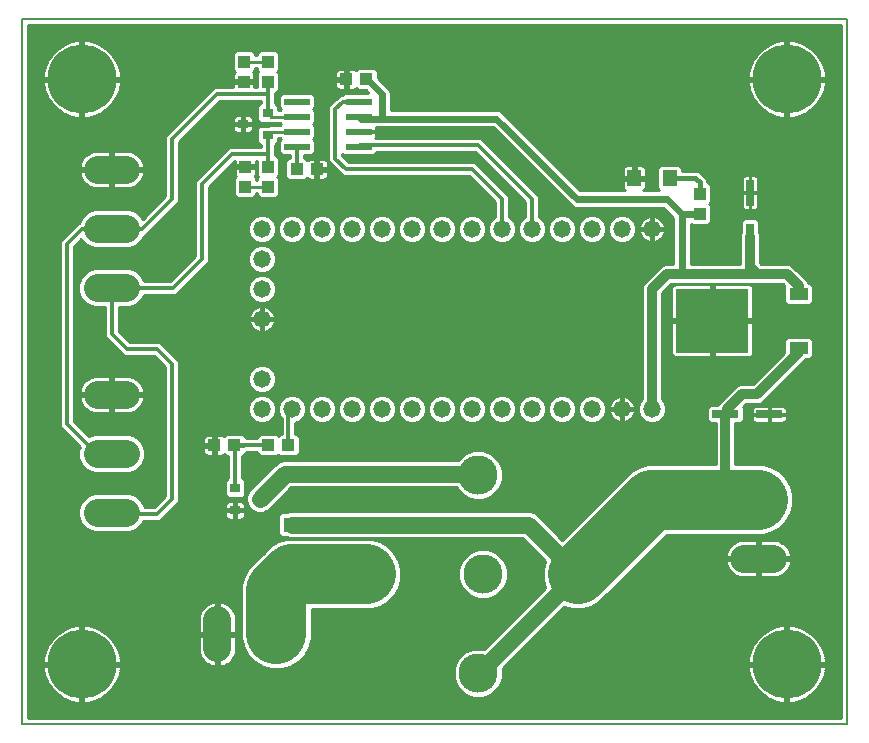
<source format=gtl>
G75*
%MOIN*%
%OFA0B0*%
%FSLAX25Y25*%
%IPPOS*%
%LPD*%
%AMOC8*
5,1,8,0,0,1.08239X$1,22.5*
%
%ADD10C,0.00800*%
%ADD11R,0.08700X0.02400*%
%ADD12R,0.03937X0.04331*%
%ADD13R,0.04331X0.03937*%
%ADD14R,0.03543X0.03150*%
%ADD15R,0.24409X0.21260*%
%ADD16R,0.06299X0.03937*%
%ADD17R,0.02559X0.08661*%
%ADD18R,0.08661X0.02559*%
%ADD19C,0.05800*%
%ADD20R,0.04724X0.05512*%
%ADD21C,0.23000*%
%ADD22C,0.09449*%
%ADD23C,0.13055*%
%ADD24R,0.05787X0.05000*%
%ADD25C,0.01000*%
%ADD26C,0.01200*%
%ADD27C,0.03562*%
%ADD28C,0.01600*%
%ADD29C,0.03200*%
%ADD30C,0.02400*%
%ADD31C,0.05600*%
%ADD32C,0.20000*%
D10*
X0001500Y0001500D02*
X0276500Y0001500D01*
X0276500Y0236500D01*
X0001500Y0236500D01*
X0001500Y0001500D01*
D11*
X0093200Y0194000D03*
X0093200Y0199000D03*
X0093200Y0204000D03*
X0093200Y0209000D03*
X0113800Y0209000D03*
X0113800Y0204000D03*
X0113800Y0199000D03*
X0113800Y0194000D03*
D12*
X0083500Y0187346D03*
X0083500Y0180654D03*
X0076000Y0180654D03*
X0076000Y0187346D03*
X0075500Y0215654D03*
X0075500Y0222346D03*
X0083500Y0222346D03*
X0083500Y0215654D03*
X0227500Y0178346D03*
X0227500Y0171654D03*
D13*
X0116346Y0216500D03*
X0109654Y0216500D03*
X0099846Y0186500D03*
X0093154Y0186500D03*
X0090346Y0094500D03*
X0083654Y0094500D03*
X0072346Y0094500D03*
X0065654Y0094500D03*
D14*
X0072563Y0080240D03*
X0072563Y0072760D03*
X0080831Y0076500D03*
X0083437Y0197760D03*
X0083437Y0205240D03*
X0075169Y0201500D03*
D15*
X0231657Y0136000D03*
D16*
X0260398Y0127024D03*
X0260398Y0144976D03*
D17*
X0244213Y0164020D03*
X0244213Y0178587D03*
D18*
X0250587Y0104787D03*
X0236020Y0104787D03*
D19*
X0211500Y0106500D03*
X0201500Y0106500D03*
X0191500Y0106500D03*
X0181500Y0106500D03*
X0171500Y0106500D03*
X0161500Y0106500D03*
X0151500Y0106500D03*
X0141500Y0106500D03*
X0131500Y0106500D03*
X0121500Y0106500D03*
X0111500Y0106500D03*
X0101500Y0106500D03*
X0091500Y0106500D03*
X0081500Y0106500D03*
X0081500Y0116500D03*
X0081500Y0136500D03*
X0081500Y0146500D03*
X0081500Y0156500D03*
X0081500Y0166500D03*
X0091500Y0166500D03*
X0101500Y0166500D03*
X0111500Y0166500D03*
X0121500Y0166500D03*
X0131500Y0166500D03*
X0141500Y0166500D03*
X0151500Y0166500D03*
X0161500Y0166500D03*
X0171500Y0166500D03*
X0181500Y0166500D03*
X0191500Y0166500D03*
X0201500Y0166500D03*
X0211500Y0166500D03*
D20*
X0205594Y0183500D03*
X0217406Y0183500D03*
D21*
X0256500Y0216500D03*
X0256500Y0021500D03*
X0021500Y0021500D03*
X0021500Y0216500D03*
D22*
X0026776Y0186343D02*
X0036224Y0186343D01*
X0036224Y0166657D02*
X0026776Y0166657D01*
X0026776Y0146972D02*
X0036224Y0146972D01*
X0036224Y0111343D02*
X0026776Y0111343D01*
X0026776Y0091657D02*
X0036224Y0091657D01*
X0036224Y0071972D02*
X0026776Y0071972D01*
X0066657Y0036224D02*
X0066657Y0026776D01*
X0086343Y0026776D02*
X0086343Y0036224D01*
X0242276Y0056657D02*
X0251724Y0056657D01*
X0251724Y0076343D02*
X0242276Y0076343D01*
D23*
X0186736Y0051500D03*
X0155240Y0051500D03*
X0153665Y0018429D03*
X0116264Y0051500D03*
X0153665Y0084571D03*
D24*
X0091500Y0084965D03*
X0091500Y0068035D03*
D25*
X0086906Y0068400D02*
X0041698Y0068400D01*
X0041671Y0068333D02*
X0042030Y0069200D01*
X0047453Y0069200D01*
X0048800Y0070547D01*
X0053800Y0075547D01*
X0053800Y0122453D01*
X0052453Y0123800D01*
X0052453Y0123800D01*
X0048800Y0127453D01*
X0047453Y0128800D01*
X0037453Y0128800D01*
X0033800Y0132453D01*
X0033800Y0140548D01*
X0037502Y0140548D01*
X0039864Y0141526D01*
X0041671Y0143333D01*
X0042225Y0144672D01*
X0052925Y0144672D01*
X0062453Y0154200D01*
X0063800Y0155547D01*
X0063800Y0180547D01*
X0072453Y0189200D01*
X0072531Y0189200D01*
X0072531Y0187831D01*
X0075516Y0187831D01*
X0075516Y0186862D01*
X0072531Y0186862D01*
X0072531Y0184984D01*
X0072634Y0184602D01*
X0072831Y0184260D01*
X0072950Y0184141D01*
X0072331Y0183523D01*
X0072331Y0177784D01*
X0073327Y0176788D01*
X0078673Y0176788D01*
X0079668Y0177784D01*
X0079668Y0178454D01*
X0079831Y0178454D01*
X0079831Y0177784D01*
X0080827Y0176788D01*
X0086173Y0176788D01*
X0087168Y0177784D01*
X0087168Y0183523D01*
X0086692Y0184000D01*
X0087168Y0184477D01*
X0087168Y0190216D01*
X0086173Y0191212D01*
X0085800Y0191212D01*
X0085800Y0194485D01*
X0085913Y0194485D01*
X0086909Y0195481D01*
X0086909Y0196800D01*
X0087446Y0196800D01*
X0087746Y0196500D01*
X0087150Y0195904D01*
X0087150Y0192096D01*
X0088146Y0191100D01*
X0090900Y0191100D01*
X0090900Y0190168D01*
X0090284Y0190168D01*
X0089288Y0189173D01*
X0089288Y0183827D01*
X0090284Y0182831D01*
X0096023Y0182831D01*
X0096641Y0183450D01*
X0096760Y0183331D01*
X0097102Y0183134D01*
X0097484Y0183031D01*
X0099362Y0183031D01*
X0099362Y0186016D01*
X0100331Y0186016D01*
X0100331Y0186984D01*
X0103512Y0186984D01*
X0103512Y0188666D01*
X0103410Y0189047D01*
X0103212Y0189390D01*
X0102933Y0189669D01*
X0102591Y0189866D01*
X0102209Y0189968D01*
X0100331Y0189968D01*
X0100331Y0186984D01*
X0099362Y0186984D01*
X0099362Y0189968D01*
X0097484Y0189968D01*
X0097102Y0189866D01*
X0096760Y0189669D01*
X0096641Y0189550D01*
X0096023Y0190168D01*
X0095500Y0190168D01*
X0095500Y0191100D01*
X0098254Y0191100D01*
X0099250Y0192096D01*
X0099250Y0195904D01*
X0098654Y0196500D01*
X0099250Y0197096D01*
X0099250Y0200904D01*
X0098654Y0201500D01*
X0099250Y0202096D01*
X0099250Y0205904D01*
X0098654Y0206500D01*
X0099250Y0207096D01*
X0099250Y0210904D01*
X0098254Y0211900D01*
X0088146Y0211900D01*
X0087150Y0210904D01*
X0087150Y0207096D01*
X0087746Y0206500D01*
X0087446Y0206200D01*
X0086909Y0206200D01*
X0086909Y0207519D01*
X0085913Y0208515D01*
X0085800Y0208515D01*
X0085800Y0211788D01*
X0086173Y0211788D01*
X0087168Y0212784D01*
X0087168Y0218523D01*
X0086692Y0219000D01*
X0087168Y0219477D01*
X0087168Y0225216D01*
X0086173Y0226212D01*
X0080827Y0226212D01*
X0079831Y0225216D01*
X0079831Y0224546D01*
X0079168Y0224546D01*
X0079168Y0225216D01*
X0078173Y0226212D01*
X0072827Y0226212D01*
X0071831Y0225216D01*
X0071831Y0219477D01*
X0072450Y0218859D01*
X0072331Y0218740D01*
X0072134Y0218398D01*
X0072031Y0218016D01*
X0072031Y0216138D01*
X0075016Y0216138D01*
X0075016Y0215169D01*
X0072031Y0215169D01*
X0072031Y0213800D01*
X0065547Y0213800D01*
X0064200Y0212453D01*
X0049200Y0197453D01*
X0049200Y0177453D01*
X0041780Y0170033D01*
X0041671Y0170297D01*
X0039864Y0172104D01*
X0037502Y0173082D01*
X0025498Y0173082D01*
X0023136Y0172104D01*
X0021329Y0170297D01*
X0020775Y0168957D01*
X0020705Y0168957D01*
X0015547Y0163800D01*
X0014200Y0162453D01*
X0014200Y0100547D01*
X0020779Y0093968D01*
X0020351Y0092935D01*
X0020351Y0090380D01*
X0021329Y0088018D01*
X0023136Y0086211D01*
X0025498Y0085233D01*
X0037502Y0085233D01*
X0039864Y0086211D01*
X0041671Y0088018D01*
X0042649Y0090380D01*
X0042649Y0092935D01*
X0041671Y0095297D01*
X0039864Y0097104D01*
X0037502Y0098082D01*
X0025498Y0098082D01*
X0023852Y0097400D01*
X0018800Y0102453D01*
X0018800Y0160547D01*
X0021312Y0163060D01*
X0021329Y0163018D01*
X0023136Y0161211D01*
X0025498Y0160233D01*
X0037502Y0160233D01*
X0039864Y0161211D01*
X0041671Y0163018D01*
X0042225Y0164357D01*
X0042610Y0164357D01*
X0052453Y0174200D01*
X0053800Y0175547D01*
X0053800Y0195547D01*
X0067453Y0209200D01*
X0081200Y0209200D01*
X0081200Y0208515D01*
X0080961Y0208515D01*
X0079965Y0207519D01*
X0079965Y0202961D01*
X0080961Y0201965D01*
X0083601Y0201965D01*
X0083766Y0201800D01*
X0087446Y0201800D01*
X0087746Y0201500D01*
X0087446Y0201200D01*
X0083766Y0201200D01*
X0083601Y0201035D01*
X0080961Y0201035D01*
X0079965Y0200039D01*
X0079965Y0195481D01*
X0080961Y0194485D01*
X0081200Y0194485D01*
X0081200Y0193800D01*
X0070547Y0193800D01*
X0069200Y0192453D01*
X0059200Y0182453D01*
X0059200Y0157453D01*
X0051020Y0149272D01*
X0042225Y0149272D01*
X0041671Y0150612D01*
X0039864Y0152419D01*
X0037502Y0153397D01*
X0025498Y0153397D01*
X0023136Y0152419D01*
X0021329Y0150612D01*
X0020351Y0148250D01*
X0020351Y0145695D01*
X0021329Y0143333D01*
X0023136Y0141526D01*
X0025498Y0140548D01*
X0029200Y0140548D01*
X0029200Y0130547D01*
X0034200Y0125547D01*
X0035547Y0124200D01*
X0045547Y0124200D01*
X0049200Y0120547D01*
X0049200Y0077453D01*
X0045547Y0073800D01*
X0042421Y0073800D01*
X0041671Y0075612D01*
X0039864Y0077419D01*
X0037502Y0078397D01*
X0025498Y0078397D01*
X0023136Y0077419D01*
X0021329Y0075612D01*
X0020351Y0073250D01*
X0020351Y0070695D01*
X0021329Y0068333D01*
X0023136Y0066526D01*
X0025498Y0065548D01*
X0037502Y0065548D01*
X0039864Y0066526D01*
X0041671Y0068333D01*
X0040739Y0067402D02*
X0086906Y0067402D01*
X0086906Y0066403D02*
X0039567Y0066403D01*
X0047651Y0069399D02*
X0086906Y0069399D01*
X0086906Y0070397D02*
X0075612Y0070397D01*
X0075535Y0070264D02*
X0075732Y0070606D01*
X0075835Y0070988D01*
X0075835Y0072472D01*
X0072850Y0072472D01*
X0072850Y0069685D01*
X0074532Y0069685D01*
X0074914Y0069787D01*
X0075256Y0069985D01*
X0075535Y0070264D01*
X0075835Y0071396D02*
X0087062Y0071396D01*
X0086906Y0071240D02*
X0086906Y0064831D01*
X0087902Y0063835D01*
X0089881Y0063835D01*
X0090605Y0063535D01*
X0168337Y0063535D01*
X0175842Y0056030D01*
X0175834Y0056016D01*
X0175036Y0053040D01*
X0175036Y0049960D01*
X0175834Y0046984D01*
X0175842Y0046970D01*
X0155462Y0026590D01*
X0155302Y0026657D01*
X0152029Y0026657D01*
X0149005Y0025404D01*
X0146690Y0023090D01*
X0145438Y0020066D01*
X0145438Y0016793D01*
X0146690Y0013769D01*
X0149005Y0011454D01*
X0152029Y0010202D01*
X0155302Y0010202D01*
X0158326Y0011454D01*
X0160640Y0013769D01*
X0161893Y0016793D01*
X0161893Y0020066D01*
X0161826Y0020226D01*
X0182206Y0040606D01*
X0182220Y0040597D01*
X0185196Y0039800D01*
X0188277Y0039800D01*
X0191252Y0040597D01*
X0193920Y0042138D01*
X0216425Y0064643D01*
X0248540Y0064643D01*
X0251516Y0065440D01*
X0254184Y0066980D01*
X0256362Y0069159D01*
X0257903Y0071826D01*
X0258700Y0074802D01*
X0258700Y0077883D01*
X0257903Y0080859D01*
X0256362Y0083526D01*
X0254184Y0085705D01*
X0251516Y0087245D01*
X0248540Y0088043D01*
X0239320Y0088043D01*
X0239320Y0101808D01*
X0241055Y0101808D01*
X0242050Y0102804D01*
X0242050Y0106771D01*
X0241744Y0107077D01*
X0242867Y0108200D01*
X0247156Y0108200D01*
X0248369Y0108702D01*
X0249298Y0109631D01*
X0263022Y0123355D01*
X0264251Y0123355D01*
X0265247Y0124351D01*
X0265247Y0129696D01*
X0264251Y0130692D01*
X0256544Y0130692D01*
X0255548Y0129696D01*
X0255548Y0125215D01*
X0245133Y0114800D01*
X0240844Y0114800D01*
X0239631Y0114298D01*
X0234631Y0109298D01*
X0233702Y0108369D01*
X0233453Y0107767D01*
X0230985Y0107767D01*
X0229989Y0106771D01*
X0229989Y0102804D01*
X0230985Y0101808D01*
X0232720Y0101808D01*
X0232720Y0088043D01*
X0210038Y0088043D01*
X0207063Y0087245D01*
X0204395Y0085705D01*
X0181645Y0062955D01*
X0172750Y0071850D01*
X0171096Y0072535D01*
X0090605Y0072535D01*
X0089881Y0072235D01*
X0087902Y0072235D01*
X0086906Y0071240D01*
X0084087Y0073393D02*
X0192083Y0073393D01*
X0193081Y0074391D02*
X0085086Y0074391D01*
X0086085Y0075390D02*
X0194080Y0075390D01*
X0195078Y0076388D02*
X0155411Y0076388D01*
X0155302Y0076343D02*
X0158326Y0077596D01*
X0160640Y0079910D01*
X0161893Y0082934D01*
X0161893Y0086207D01*
X0160640Y0089231D01*
X0158326Y0091546D01*
X0155302Y0092798D01*
X0152029Y0092798D01*
X0149005Y0091546D01*
X0146924Y0089465D01*
X0088400Y0089465D01*
X0086746Y0088779D01*
X0077016Y0079049D01*
X0076331Y0077395D01*
X0076331Y0075605D01*
X0077016Y0073951D01*
X0078282Y0072685D01*
X0079936Y0072000D01*
X0081726Y0072000D01*
X0083380Y0072685D01*
X0091159Y0080465D01*
X0146461Y0080465D01*
X0146690Y0079910D01*
X0149005Y0077596D01*
X0152029Y0076343D01*
X0155302Y0076343D01*
X0157821Y0077387D02*
X0196077Y0077387D01*
X0197075Y0078385D02*
X0159115Y0078385D01*
X0160114Y0079384D02*
X0198074Y0079384D01*
X0199072Y0080382D02*
X0160836Y0080382D01*
X0161249Y0081381D02*
X0200071Y0081381D01*
X0201069Y0082379D02*
X0161663Y0082379D01*
X0161893Y0083378D02*
X0202068Y0083378D01*
X0203066Y0084376D02*
X0161893Y0084376D01*
X0161893Y0085375D02*
X0204065Y0085375D01*
X0205553Y0086373D02*
X0161824Y0086373D01*
X0161411Y0087372D02*
X0207536Y0087372D01*
X0210585Y0101900D02*
X0212415Y0101900D01*
X0214106Y0102600D01*
X0215400Y0103894D01*
X0216100Y0105585D01*
X0216100Y0107415D01*
X0215400Y0109106D01*
X0214800Y0109705D01*
X0214800Y0145133D01*
X0217867Y0148200D01*
X0255133Y0148200D01*
X0255616Y0147717D01*
X0255548Y0147649D01*
X0255548Y0142304D01*
X0256544Y0141308D01*
X0264251Y0141308D01*
X0265247Y0142304D01*
X0265247Y0147649D01*
X0264251Y0148645D01*
X0263538Y0148645D01*
X0263195Y0149472D01*
X0259298Y0153369D01*
X0258369Y0154298D01*
X0257156Y0154800D01*
X0247867Y0154800D01*
X0247513Y0155154D01*
X0247513Y0164676D01*
X0247192Y0165450D01*
X0247192Y0169055D01*
X0246196Y0170050D01*
X0242229Y0170050D01*
X0241233Y0169055D01*
X0241233Y0165450D01*
X0240913Y0164676D01*
X0240913Y0154800D01*
X0224400Y0154800D01*
X0224400Y0168216D01*
X0224827Y0167788D01*
X0230173Y0167788D01*
X0231168Y0168784D01*
X0231168Y0174523D01*
X0230692Y0175000D01*
X0231168Y0175477D01*
X0231168Y0181216D01*
X0230173Y0182212D01*
X0229905Y0182212D01*
X0229905Y0182592D01*
X0229525Y0183511D01*
X0228119Y0184916D01*
X0227416Y0185619D01*
X0226497Y0186000D01*
X0221468Y0186000D01*
X0221468Y0186960D01*
X0220472Y0187956D01*
X0214339Y0187956D01*
X0213343Y0186960D01*
X0213343Y0180040D01*
X0213983Y0179400D01*
X0208629Y0179400D01*
X0208878Y0179544D01*
X0209157Y0179823D01*
X0209354Y0180165D01*
X0209457Y0180547D01*
X0209457Y0183000D01*
X0206095Y0183000D01*
X0206095Y0184000D01*
X0209457Y0184000D01*
X0209457Y0186453D01*
X0209354Y0186835D01*
X0209157Y0187177D01*
X0208878Y0187456D01*
X0208536Y0187654D01*
X0208154Y0187756D01*
X0206094Y0187756D01*
X0206094Y0184000D01*
X0205095Y0184000D01*
X0205095Y0187756D01*
X0203035Y0187756D01*
X0202653Y0187654D01*
X0202311Y0187456D01*
X0202032Y0187177D01*
X0201835Y0186835D01*
X0201732Y0186453D01*
X0201732Y0184000D01*
X0205094Y0184000D01*
X0205094Y0183000D01*
X0201732Y0183000D01*
X0201732Y0180547D01*
X0201835Y0180165D01*
X0202032Y0179823D01*
X0202311Y0179544D01*
X0202560Y0179400D01*
X0187701Y0179400D01*
X0161296Y0205805D01*
X0160230Y0206246D01*
X0124400Y0206246D01*
X0124400Y0212077D01*
X0123958Y0213143D01*
X0123143Y0213958D01*
X0120212Y0216889D01*
X0120212Y0219173D01*
X0119216Y0220168D01*
X0113477Y0220168D01*
X0112859Y0219550D01*
X0112740Y0219669D01*
X0112398Y0219866D01*
X0112016Y0219968D01*
X0110138Y0219968D01*
X0110138Y0216984D01*
X0109169Y0216984D01*
X0109169Y0216016D01*
X0105988Y0216016D01*
X0105988Y0214334D01*
X0106090Y0213953D01*
X0106288Y0213610D01*
X0106567Y0213331D01*
X0106909Y0213134D01*
X0107291Y0213031D01*
X0109169Y0213031D01*
X0109169Y0216016D01*
X0110138Y0216016D01*
X0110138Y0213031D01*
X0112016Y0213031D01*
X0112398Y0213134D01*
X0112740Y0213331D01*
X0112859Y0213450D01*
X0113477Y0212831D01*
X0116067Y0212831D01*
X0116999Y0211900D01*
X0108746Y0211900D01*
X0108146Y0211300D01*
X0107547Y0211300D01*
X0106200Y0209953D01*
X0103700Y0207453D01*
X0103700Y0189047D01*
X0105047Y0187700D01*
X0107200Y0185547D01*
X0108547Y0184200D01*
X0150547Y0184200D01*
X0159200Y0175547D01*
X0159200Y0170526D01*
X0158894Y0170400D01*
X0157600Y0169106D01*
X0156900Y0167415D01*
X0156900Y0165585D01*
X0157600Y0163894D01*
X0158894Y0162600D01*
X0160585Y0161900D01*
X0162415Y0161900D01*
X0164106Y0162600D01*
X0165400Y0163894D01*
X0166100Y0165585D01*
X0166100Y0167415D01*
X0165400Y0169106D01*
X0164106Y0170400D01*
X0163800Y0170526D01*
X0163800Y0177453D01*
X0152453Y0188800D01*
X0110453Y0188800D01*
X0108300Y0190953D01*
X0108300Y0191546D01*
X0108746Y0191100D01*
X0118854Y0191100D01*
X0119850Y0192096D01*
X0119850Y0192200D01*
X0152547Y0192200D01*
X0169200Y0175547D01*
X0169200Y0170526D01*
X0168894Y0170400D01*
X0167600Y0169106D01*
X0166900Y0167415D01*
X0166900Y0165585D01*
X0167600Y0163894D01*
X0168894Y0162600D01*
X0170585Y0161900D01*
X0172415Y0161900D01*
X0174106Y0162600D01*
X0175400Y0163894D01*
X0176100Y0165585D01*
X0176100Y0167415D01*
X0175400Y0169106D01*
X0174106Y0170400D01*
X0173800Y0170526D01*
X0173800Y0177453D01*
X0172453Y0178800D01*
X0154453Y0196800D01*
X0119271Y0196800D01*
X0119350Y0196879D01*
X0119548Y0197221D01*
X0119650Y0197603D01*
X0119650Y0198900D01*
X0113900Y0198900D01*
X0113900Y0199100D01*
X0119650Y0199100D01*
X0119650Y0200397D01*
X0119637Y0200446D01*
X0158452Y0200446D01*
X0184857Y0174041D01*
X0185923Y0173600D01*
X0215299Y0173600D01*
X0218600Y0170299D01*
X0218600Y0154800D01*
X0215844Y0154800D01*
X0214631Y0154298D01*
X0209631Y0149298D01*
X0208702Y0148369D01*
X0208200Y0147156D01*
X0208200Y0109705D01*
X0207600Y0109106D01*
X0206900Y0107415D01*
X0206900Y0105585D01*
X0207600Y0103894D01*
X0208894Y0102600D01*
X0210585Y0101900D01*
X0209499Y0102350D02*
X0202965Y0102350D01*
X0203189Y0102422D02*
X0203806Y0102737D01*
X0204366Y0103144D01*
X0204856Y0103634D01*
X0205263Y0104194D01*
X0205578Y0104811D01*
X0205792Y0105470D01*
X0205884Y0106050D01*
X0201950Y0106050D01*
X0201950Y0106950D01*
X0201050Y0106950D01*
X0201050Y0110884D01*
X0200470Y0110792D01*
X0199811Y0110578D01*
X0199194Y0110263D01*
X0198634Y0109856D01*
X0198144Y0109366D01*
X0197737Y0108806D01*
X0197422Y0108189D01*
X0197208Y0107530D01*
X0197116Y0106950D01*
X0201050Y0106950D01*
X0201050Y0106050D01*
X0197116Y0106050D01*
X0197208Y0105470D01*
X0197422Y0104811D01*
X0197737Y0104194D01*
X0198144Y0103634D01*
X0198634Y0103144D01*
X0199194Y0102737D01*
X0199811Y0102422D01*
X0200470Y0102208D01*
X0201050Y0102116D01*
X0201050Y0106050D01*
X0201950Y0106050D01*
X0201950Y0102116D01*
X0202530Y0102208D01*
X0203189Y0102422D01*
X0201950Y0102350D02*
X0201050Y0102350D01*
X0201050Y0103348D02*
X0201950Y0103348D01*
X0201950Y0104347D02*
X0201050Y0104347D01*
X0201050Y0105345D02*
X0201950Y0105345D01*
X0201950Y0106344D02*
X0206900Y0106344D01*
X0206900Y0107342D02*
X0205821Y0107342D01*
X0205792Y0107530D02*
X0205578Y0108189D01*
X0205263Y0108806D01*
X0204856Y0109366D01*
X0204366Y0109856D01*
X0203806Y0110263D01*
X0203189Y0110578D01*
X0202530Y0110792D01*
X0201950Y0110884D01*
X0201950Y0106950D01*
X0205884Y0106950D01*
X0205792Y0107530D01*
X0205500Y0108341D02*
X0207283Y0108341D01*
X0207834Y0109339D02*
X0204876Y0109339D01*
X0203660Y0110338D02*
X0208200Y0110338D01*
X0208200Y0111336D02*
X0053800Y0111336D01*
X0053800Y0110338D02*
X0078832Y0110338D01*
X0078894Y0110400D02*
X0077600Y0109106D01*
X0076900Y0107415D01*
X0076900Y0105585D01*
X0077600Y0103894D01*
X0078894Y0102600D01*
X0080585Y0101900D01*
X0082415Y0101900D01*
X0084106Y0102600D01*
X0085400Y0103894D01*
X0086100Y0105585D01*
X0086100Y0107415D01*
X0085400Y0109106D01*
X0084106Y0110400D01*
X0082415Y0111100D01*
X0080585Y0111100D01*
X0078894Y0110400D01*
X0077834Y0109339D02*
X0053800Y0109339D01*
X0053800Y0108341D02*
X0077283Y0108341D01*
X0076900Y0107342D02*
X0053800Y0107342D01*
X0053800Y0106344D02*
X0076900Y0106344D01*
X0076999Y0105345D02*
X0053800Y0105345D01*
X0053800Y0104347D02*
X0077413Y0104347D01*
X0078146Y0103348D02*
X0053800Y0103348D01*
X0053800Y0102350D02*
X0079499Y0102350D01*
X0083501Y0102350D02*
X0088046Y0102350D01*
X0088046Y0103348D02*
X0084854Y0103348D01*
X0085587Y0104347D02*
X0087413Y0104347D01*
X0087600Y0103894D02*
X0088046Y0103448D01*
X0088046Y0098168D01*
X0087477Y0098168D01*
X0087000Y0097692D01*
X0086523Y0098168D01*
X0080784Y0098168D01*
X0079788Y0097173D01*
X0079788Y0096800D01*
X0076212Y0096800D01*
X0076212Y0097173D01*
X0075216Y0098168D01*
X0069477Y0098168D01*
X0068859Y0097550D01*
X0068740Y0097669D01*
X0068398Y0097866D01*
X0068016Y0097968D01*
X0066138Y0097968D01*
X0066138Y0094984D01*
X0065169Y0094984D01*
X0065169Y0094016D01*
X0061988Y0094016D01*
X0061988Y0092334D01*
X0062090Y0091953D01*
X0062288Y0091610D01*
X0062567Y0091331D01*
X0062909Y0091134D01*
X0063291Y0091031D01*
X0065169Y0091031D01*
X0065169Y0094016D01*
X0066138Y0094016D01*
X0066138Y0091031D01*
X0068016Y0091031D01*
X0068398Y0091134D01*
X0068740Y0091331D01*
X0068859Y0091450D01*
X0069477Y0090831D01*
X0070263Y0090831D01*
X0070263Y0083515D01*
X0070087Y0083515D01*
X0069091Y0082519D01*
X0069091Y0077961D01*
X0070087Y0076965D01*
X0075039Y0076965D01*
X0076035Y0077961D01*
X0076035Y0082519D01*
X0075039Y0083515D01*
X0074863Y0083515D01*
X0074863Y0090831D01*
X0075216Y0090831D01*
X0076212Y0091827D01*
X0076212Y0092009D01*
X0076340Y0092003D01*
X0076557Y0092200D01*
X0079788Y0092200D01*
X0079788Y0091827D01*
X0080784Y0090831D01*
X0086523Y0090831D01*
X0087000Y0091308D01*
X0087477Y0090831D01*
X0093216Y0090831D01*
X0094212Y0091827D01*
X0094212Y0097173D01*
X0093216Y0098168D01*
X0092646Y0098168D01*
X0092646Y0101996D01*
X0094106Y0102600D01*
X0095400Y0103894D01*
X0096100Y0105585D01*
X0096100Y0107415D01*
X0095400Y0109106D01*
X0094106Y0110400D01*
X0092415Y0111100D01*
X0090585Y0111100D01*
X0088894Y0110400D01*
X0087600Y0109106D01*
X0086900Y0107415D01*
X0086900Y0105585D01*
X0087600Y0103894D01*
X0086999Y0105345D02*
X0086001Y0105345D01*
X0086100Y0106344D02*
X0086900Y0106344D01*
X0086900Y0107342D02*
X0086100Y0107342D01*
X0085717Y0108341D02*
X0087283Y0108341D01*
X0087834Y0109339D02*
X0085166Y0109339D01*
X0084168Y0110338D02*
X0088832Y0110338D01*
X0085400Y0113894D02*
X0086100Y0115585D01*
X0086100Y0117415D01*
X0085400Y0119106D01*
X0084106Y0120400D01*
X0082415Y0121100D01*
X0080585Y0121100D01*
X0078894Y0120400D01*
X0077600Y0119106D01*
X0076900Y0117415D01*
X0076900Y0115585D01*
X0077600Y0113894D01*
X0078894Y0112600D01*
X0080585Y0111900D01*
X0082415Y0111900D01*
X0084106Y0112600D01*
X0085400Y0113894D01*
X0085581Y0114332D02*
X0208200Y0114332D01*
X0208200Y0115330D02*
X0085994Y0115330D01*
X0086100Y0116329D02*
X0208200Y0116329D01*
X0208200Y0117327D02*
X0086100Y0117327D01*
X0085723Y0118326D02*
X0208200Y0118326D01*
X0208200Y0119324D02*
X0085181Y0119324D01*
X0084183Y0120323D02*
X0208200Y0120323D01*
X0208200Y0121321D02*
X0053800Y0121321D01*
X0053800Y0120323D02*
X0078817Y0120323D01*
X0077819Y0119324D02*
X0053800Y0119324D01*
X0053800Y0118326D02*
X0077277Y0118326D01*
X0076900Y0117327D02*
X0053800Y0117327D01*
X0053800Y0116329D02*
X0076900Y0116329D01*
X0077005Y0115330D02*
X0053800Y0115330D01*
X0053800Y0114332D02*
X0077419Y0114332D01*
X0078161Y0113333D02*
X0053800Y0113333D01*
X0053800Y0112335D02*
X0079535Y0112335D01*
X0083465Y0112335D02*
X0208200Y0112335D01*
X0208200Y0113333D02*
X0084839Y0113333D01*
X0094168Y0110338D02*
X0098832Y0110338D01*
X0098894Y0110400D02*
X0097600Y0109106D01*
X0096900Y0107415D01*
X0096900Y0105585D01*
X0097600Y0103894D01*
X0098894Y0102600D01*
X0100585Y0101900D01*
X0102415Y0101900D01*
X0104106Y0102600D01*
X0105400Y0103894D01*
X0106100Y0105585D01*
X0106100Y0107415D01*
X0105400Y0109106D01*
X0104106Y0110400D01*
X0102415Y0111100D01*
X0100585Y0111100D01*
X0098894Y0110400D01*
X0097834Y0109339D02*
X0095166Y0109339D01*
X0095717Y0108341D02*
X0097283Y0108341D01*
X0096900Y0107342D02*
X0096100Y0107342D01*
X0096100Y0106344D02*
X0096900Y0106344D01*
X0096999Y0105345D02*
X0096001Y0105345D01*
X0095587Y0104347D02*
X0097413Y0104347D01*
X0098146Y0103348D02*
X0094854Y0103348D01*
X0093501Y0102350D02*
X0099499Y0102350D01*
X0103501Y0102350D02*
X0109499Y0102350D01*
X0108894Y0102600D02*
X0110585Y0101900D01*
X0112415Y0101900D01*
X0114106Y0102600D01*
X0115400Y0103894D01*
X0116100Y0105585D01*
X0116100Y0107415D01*
X0115400Y0109106D01*
X0114106Y0110400D01*
X0112415Y0111100D01*
X0110585Y0111100D01*
X0108894Y0110400D01*
X0107600Y0109106D01*
X0106900Y0107415D01*
X0106900Y0105585D01*
X0107600Y0103894D01*
X0108894Y0102600D01*
X0108146Y0103348D02*
X0104854Y0103348D01*
X0105587Y0104347D02*
X0107413Y0104347D01*
X0106999Y0105345D02*
X0106001Y0105345D01*
X0106100Y0106344D02*
X0106900Y0106344D01*
X0106900Y0107342D02*
X0106100Y0107342D01*
X0105717Y0108341D02*
X0107283Y0108341D01*
X0107834Y0109339D02*
X0105166Y0109339D01*
X0104168Y0110338D02*
X0108832Y0110338D01*
X0114168Y0110338D02*
X0118832Y0110338D01*
X0118894Y0110400D02*
X0117600Y0109106D01*
X0116900Y0107415D01*
X0116900Y0105585D01*
X0117600Y0103894D01*
X0118894Y0102600D01*
X0120585Y0101900D01*
X0122415Y0101900D01*
X0124106Y0102600D01*
X0125400Y0103894D01*
X0126100Y0105585D01*
X0126100Y0107415D01*
X0125400Y0109106D01*
X0124106Y0110400D01*
X0122415Y0111100D01*
X0120585Y0111100D01*
X0118894Y0110400D01*
X0117834Y0109339D02*
X0115166Y0109339D01*
X0115717Y0108341D02*
X0117283Y0108341D01*
X0116900Y0107342D02*
X0116100Y0107342D01*
X0116100Y0106344D02*
X0116900Y0106344D01*
X0116999Y0105345D02*
X0116001Y0105345D01*
X0115587Y0104347D02*
X0117413Y0104347D01*
X0118146Y0103348D02*
X0114854Y0103348D01*
X0113501Y0102350D02*
X0119499Y0102350D01*
X0123501Y0102350D02*
X0129499Y0102350D01*
X0128894Y0102600D02*
X0130585Y0101900D01*
X0132415Y0101900D01*
X0134106Y0102600D01*
X0135400Y0103894D01*
X0136100Y0105585D01*
X0136100Y0107415D01*
X0135400Y0109106D01*
X0134106Y0110400D01*
X0132415Y0111100D01*
X0130585Y0111100D01*
X0128894Y0110400D01*
X0127600Y0109106D01*
X0126900Y0107415D01*
X0126900Y0105585D01*
X0127600Y0103894D01*
X0128894Y0102600D01*
X0128146Y0103348D02*
X0124854Y0103348D01*
X0125587Y0104347D02*
X0127413Y0104347D01*
X0126999Y0105345D02*
X0126001Y0105345D01*
X0126100Y0106344D02*
X0126900Y0106344D01*
X0126900Y0107342D02*
X0126100Y0107342D01*
X0125717Y0108341D02*
X0127283Y0108341D01*
X0127834Y0109339D02*
X0125166Y0109339D01*
X0124168Y0110338D02*
X0128832Y0110338D01*
X0134168Y0110338D02*
X0138832Y0110338D01*
X0138894Y0110400D02*
X0137600Y0109106D01*
X0136900Y0107415D01*
X0136900Y0105585D01*
X0137600Y0103894D01*
X0138894Y0102600D01*
X0140585Y0101900D01*
X0142415Y0101900D01*
X0144106Y0102600D01*
X0145400Y0103894D01*
X0146100Y0105585D01*
X0146100Y0107415D01*
X0145400Y0109106D01*
X0144106Y0110400D01*
X0142415Y0111100D01*
X0140585Y0111100D01*
X0138894Y0110400D01*
X0137834Y0109339D02*
X0135166Y0109339D01*
X0135717Y0108341D02*
X0137283Y0108341D01*
X0136900Y0107342D02*
X0136100Y0107342D01*
X0136100Y0106344D02*
X0136900Y0106344D01*
X0136999Y0105345D02*
X0136001Y0105345D01*
X0135587Y0104347D02*
X0137413Y0104347D01*
X0138146Y0103348D02*
X0134854Y0103348D01*
X0133501Y0102350D02*
X0139499Y0102350D01*
X0143501Y0102350D02*
X0149499Y0102350D01*
X0148894Y0102600D02*
X0150585Y0101900D01*
X0152415Y0101900D01*
X0154106Y0102600D01*
X0155400Y0103894D01*
X0156100Y0105585D01*
X0156100Y0107415D01*
X0155400Y0109106D01*
X0154106Y0110400D01*
X0152415Y0111100D01*
X0150585Y0111100D01*
X0148894Y0110400D01*
X0147600Y0109106D01*
X0146900Y0107415D01*
X0146900Y0105585D01*
X0147600Y0103894D01*
X0148894Y0102600D01*
X0148146Y0103348D02*
X0144854Y0103348D01*
X0145587Y0104347D02*
X0147413Y0104347D01*
X0146999Y0105345D02*
X0146001Y0105345D01*
X0146100Y0106344D02*
X0146900Y0106344D01*
X0146900Y0107342D02*
X0146100Y0107342D01*
X0145717Y0108341D02*
X0147283Y0108341D01*
X0147834Y0109339D02*
X0145166Y0109339D01*
X0144168Y0110338D02*
X0148832Y0110338D01*
X0154168Y0110338D02*
X0158832Y0110338D01*
X0158894Y0110400D02*
X0157600Y0109106D01*
X0156900Y0107415D01*
X0156900Y0105585D01*
X0157600Y0103894D01*
X0158894Y0102600D01*
X0160585Y0101900D01*
X0162415Y0101900D01*
X0164106Y0102600D01*
X0165400Y0103894D01*
X0166100Y0105585D01*
X0166100Y0107415D01*
X0165400Y0109106D01*
X0164106Y0110400D01*
X0162415Y0111100D01*
X0160585Y0111100D01*
X0158894Y0110400D01*
X0157834Y0109339D02*
X0155166Y0109339D01*
X0155717Y0108341D02*
X0157283Y0108341D01*
X0156900Y0107342D02*
X0156100Y0107342D01*
X0156100Y0106344D02*
X0156900Y0106344D01*
X0156999Y0105345D02*
X0156001Y0105345D01*
X0155587Y0104347D02*
X0157413Y0104347D01*
X0158146Y0103348D02*
X0154854Y0103348D01*
X0153501Y0102350D02*
X0159499Y0102350D01*
X0163501Y0102350D02*
X0169499Y0102350D01*
X0168894Y0102600D02*
X0170585Y0101900D01*
X0172415Y0101900D01*
X0174106Y0102600D01*
X0175400Y0103894D01*
X0176100Y0105585D01*
X0176100Y0107415D01*
X0175400Y0109106D01*
X0174106Y0110400D01*
X0172415Y0111100D01*
X0170585Y0111100D01*
X0168894Y0110400D01*
X0167600Y0109106D01*
X0166900Y0107415D01*
X0166900Y0105585D01*
X0167600Y0103894D01*
X0168894Y0102600D01*
X0168146Y0103348D02*
X0164854Y0103348D01*
X0165587Y0104347D02*
X0167413Y0104347D01*
X0166999Y0105345D02*
X0166001Y0105345D01*
X0166100Y0106344D02*
X0166900Y0106344D01*
X0166900Y0107342D02*
X0166100Y0107342D01*
X0165717Y0108341D02*
X0167283Y0108341D01*
X0167834Y0109339D02*
X0165166Y0109339D01*
X0164168Y0110338D02*
X0168832Y0110338D01*
X0174168Y0110338D02*
X0178832Y0110338D01*
X0178894Y0110400D02*
X0177600Y0109106D01*
X0176900Y0107415D01*
X0176900Y0105585D01*
X0177600Y0103894D01*
X0178894Y0102600D01*
X0180585Y0101900D01*
X0182415Y0101900D01*
X0184106Y0102600D01*
X0185400Y0103894D01*
X0186100Y0105585D01*
X0186100Y0107415D01*
X0185400Y0109106D01*
X0184106Y0110400D01*
X0182415Y0111100D01*
X0180585Y0111100D01*
X0178894Y0110400D01*
X0177834Y0109339D02*
X0175166Y0109339D01*
X0175717Y0108341D02*
X0177283Y0108341D01*
X0176900Y0107342D02*
X0176100Y0107342D01*
X0176100Y0106344D02*
X0176900Y0106344D01*
X0176999Y0105345D02*
X0176001Y0105345D01*
X0175587Y0104347D02*
X0177413Y0104347D01*
X0178146Y0103348D02*
X0174854Y0103348D01*
X0173501Y0102350D02*
X0179499Y0102350D01*
X0183501Y0102350D02*
X0189499Y0102350D01*
X0188894Y0102600D02*
X0190585Y0101900D01*
X0192415Y0101900D01*
X0194106Y0102600D01*
X0195400Y0103894D01*
X0196100Y0105585D01*
X0196100Y0107415D01*
X0195400Y0109106D01*
X0194106Y0110400D01*
X0192415Y0111100D01*
X0190585Y0111100D01*
X0188894Y0110400D01*
X0187600Y0109106D01*
X0186900Y0107415D01*
X0186900Y0105585D01*
X0187600Y0103894D01*
X0188894Y0102600D01*
X0188146Y0103348D02*
X0184854Y0103348D01*
X0185587Y0104347D02*
X0187413Y0104347D01*
X0186999Y0105345D02*
X0186001Y0105345D01*
X0186100Y0106344D02*
X0186900Y0106344D01*
X0186900Y0107342D02*
X0186100Y0107342D01*
X0185717Y0108341D02*
X0187283Y0108341D01*
X0187834Y0109339D02*
X0185166Y0109339D01*
X0184168Y0110338D02*
X0188832Y0110338D01*
X0194168Y0110338D02*
X0199340Y0110338D01*
X0198124Y0109339D02*
X0195166Y0109339D01*
X0195717Y0108341D02*
X0197500Y0108341D01*
X0197179Y0107342D02*
X0196100Y0107342D01*
X0196100Y0106344D02*
X0201050Y0106344D01*
X0201050Y0107342D02*
X0201950Y0107342D01*
X0201950Y0108341D02*
X0201050Y0108341D01*
X0201050Y0109339D02*
X0201950Y0109339D01*
X0201950Y0110338D02*
X0201050Y0110338D01*
X0197249Y0105345D02*
X0196001Y0105345D01*
X0195587Y0104347D02*
X0197659Y0104347D01*
X0198429Y0103348D02*
X0194854Y0103348D01*
X0193501Y0102350D02*
X0200035Y0102350D01*
X0204571Y0103348D02*
X0208146Y0103348D01*
X0207413Y0104347D02*
X0205341Y0104347D01*
X0205751Y0105345D02*
X0206999Y0105345D01*
X0213501Y0102350D02*
X0230443Y0102350D01*
X0229989Y0103348D02*
X0214854Y0103348D01*
X0215587Y0104347D02*
X0229989Y0104347D01*
X0229989Y0105345D02*
X0216001Y0105345D01*
X0216100Y0106344D02*
X0229989Y0106344D01*
X0230560Y0107342D02*
X0216100Y0107342D01*
X0215717Y0108341D02*
X0233691Y0108341D01*
X0234672Y0109339D02*
X0215166Y0109339D01*
X0214800Y0110338D02*
X0235671Y0110338D01*
X0236669Y0111336D02*
X0214800Y0111336D01*
X0214800Y0112335D02*
X0237668Y0112335D01*
X0238666Y0113333D02*
X0214800Y0113333D01*
X0214800Y0114332D02*
X0239713Y0114332D01*
X0245663Y0115330D02*
X0214800Y0115330D01*
X0214800Y0116329D02*
X0246662Y0116329D01*
X0247660Y0117327D02*
X0214800Y0117327D01*
X0214800Y0118326D02*
X0248659Y0118326D01*
X0249657Y0119324D02*
X0214800Y0119324D01*
X0214800Y0120323D02*
X0250656Y0120323D01*
X0251654Y0121321D02*
X0214800Y0121321D01*
X0214800Y0122320D02*
X0252653Y0122320D01*
X0253651Y0123318D02*
X0214800Y0123318D01*
X0214800Y0124317D02*
X0218385Y0124317D01*
X0218252Y0124449D02*
X0218532Y0124170D01*
X0218874Y0123972D01*
X0219255Y0123870D01*
X0231157Y0123870D01*
X0231157Y0135500D01*
X0217953Y0135500D01*
X0217953Y0125173D01*
X0218055Y0124791D01*
X0218252Y0124449D01*
X0217953Y0125315D02*
X0214800Y0125315D01*
X0214800Y0126314D02*
X0217953Y0126314D01*
X0217953Y0127312D02*
X0214800Y0127312D01*
X0214800Y0128311D02*
X0217953Y0128311D01*
X0217953Y0129309D02*
X0214800Y0129309D01*
X0214800Y0130308D02*
X0217953Y0130308D01*
X0217953Y0131306D02*
X0214800Y0131306D01*
X0214800Y0132305D02*
X0217953Y0132305D01*
X0217953Y0133303D02*
X0214800Y0133303D01*
X0214800Y0134302D02*
X0217953Y0134302D01*
X0217953Y0135301D02*
X0214800Y0135301D01*
X0214800Y0136299D02*
X0231157Y0136299D01*
X0231157Y0136500D02*
X0231157Y0135500D01*
X0232157Y0135500D01*
X0232157Y0123870D01*
X0244060Y0123870D01*
X0244441Y0123972D01*
X0244783Y0124170D01*
X0245062Y0124449D01*
X0245260Y0124791D01*
X0245362Y0125173D01*
X0245362Y0135500D01*
X0232158Y0135500D01*
X0232158Y0136500D01*
X0245362Y0136500D01*
X0245362Y0146827D01*
X0245260Y0147209D01*
X0245062Y0147551D01*
X0244783Y0147830D01*
X0244441Y0148028D01*
X0244060Y0148130D01*
X0232157Y0148130D01*
X0232157Y0136500D01*
X0231157Y0136500D01*
X0217953Y0136500D01*
X0217953Y0146827D01*
X0218055Y0147209D01*
X0218252Y0147551D01*
X0218532Y0147830D01*
X0218874Y0148028D01*
X0219255Y0148130D01*
X0231157Y0148130D01*
X0231157Y0136500D01*
X0231157Y0137298D02*
X0232157Y0137298D01*
X0232157Y0138296D02*
X0231157Y0138296D01*
X0231157Y0139295D02*
X0232157Y0139295D01*
X0232157Y0140293D02*
X0231157Y0140293D01*
X0231157Y0141292D02*
X0232157Y0141292D01*
X0232157Y0142290D02*
X0231157Y0142290D01*
X0231157Y0143289D02*
X0232157Y0143289D01*
X0232157Y0144287D02*
X0231157Y0144287D01*
X0231157Y0145286D02*
X0232157Y0145286D01*
X0232157Y0146284D02*
X0231157Y0146284D01*
X0231157Y0147283D02*
X0232157Y0147283D01*
X0232158Y0136299D02*
X0274400Y0136299D01*
X0274400Y0135301D02*
X0245362Y0135301D01*
X0245362Y0134302D02*
X0274400Y0134302D01*
X0274400Y0133303D02*
X0245362Y0133303D01*
X0245362Y0132305D02*
X0274400Y0132305D01*
X0274400Y0131306D02*
X0245362Y0131306D01*
X0245362Y0130308D02*
X0256160Y0130308D01*
X0255548Y0129309D02*
X0245362Y0129309D01*
X0245362Y0128311D02*
X0255548Y0128311D01*
X0255548Y0127312D02*
X0245362Y0127312D01*
X0245362Y0126314D02*
X0255548Y0126314D01*
X0255548Y0125315D02*
X0245362Y0125315D01*
X0244930Y0124317D02*
X0254650Y0124317D01*
X0258991Y0119324D02*
X0274400Y0119324D01*
X0274400Y0118326D02*
X0257993Y0118326D01*
X0256994Y0117327D02*
X0274400Y0117327D01*
X0274400Y0116329D02*
X0255996Y0116329D01*
X0254997Y0115330D02*
X0274400Y0115330D01*
X0274400Y0114332D02*
X0253999Y0114332D01*
X0253000Y0113333D02*
X0274400Y0113333D01*
X0274400Y0112335D02*
X0252002Y0112335D01*
X0251003Y0111336D02*
X0274400Y0111336D01*
X0274400Y0110338D02*
X0250005Y0110338D01*
X0249006Y0109339D02*
X0274400Y0109339D01*
X0274400Y0108341D02*
X0247496Y0108341D01*
X0246058Y0107567D02*
X0245677Y0107465D01*
X0245335Y0107267D01*
X0245056Y0106988D01*
X0244858Y0106646D01*
X0244756Y0106264D01*
X0244756Y0104927D01*
X0250447Y0104927D01*
X0250447Y0104648D01*
X0244756Y0104648D01*
X0244756Y0103310D01*
X0244858Y0102929D01*
X0245056Y0102587D01*
X0245335Y0102308D01*
X0245677Y0102110D01*
X0246058Y0102008D01*
X0250447Y0102008D01*
X0250447Y0104648D01*
X0250726Y0104648D01*
X0250726Y0102008D01*
X0255115Y0102008D01*
X0255496Y0102110D01*
X0255838Y0102308D01*
X0256118Y0102587D01*
X0256315Y0102929D01*
X0256417Y0103310D01*
X0256417Y0104648D01*
X0250726Y0104648D01*
X0250726Y0104927D01*
X0250447Y0104927D01*
X0250447Y0107567D01*
X0246058Y0107567D01*
X0245465Y0107342D02*
X0242009Y0107342D01*
X0242050Y0106344D02*
X0244777Y0106344D01*
X0244756Y0105345D02*
X0242050Y0105345D01*
X0242050Y0104347D02*
X0244756Y0104347D01*
X0244756Y0103348D02*
X0242050Y0103348D01*
X0241596Y0102350D02*
X0245293Y0102350D01*
X0250447Y0102350D02*
X0250726Y0102350D01*
X0250726Y0103348D02*
X0250447Y0103348D01*
X0250447Y0104347D02*
X0250726Y0104347D01*
X0250726Y0104927D02*
X0256417Y0104927D01*
X0256417Y0106264D01*
X0256315Y0106646D01*
X0256118Y0106988D01*
X0255838Y0107267D01*
X0255496Y0107465D01*
X0255115Y0107567D01*
X0250726Y0107567D01*
X0250726Y0104927D01*
X0250726Y0105345D02*
X0250447Y0105345D01*
X0250447Y0106344D02*
X0250726Y0106344D01*
X0250726Y0107342D02*
X0250447Y0107342D01*
X0255708Y0107342D02*
X0274400Y0107342D01*
X0274400Y0106344D02*
X0256396Y0106344D01*
X0256417Y0105345D02*
X0274400Y0105345D01*
X0274400Y0104347D02*
X0256417Y0104347D01*
X0256417Y0103348D02*
X0274400Y0103348D01*
X0274400Y0102350D02*
X0255880Y0102350D01*
X0239320Y0101351D02*
X0274400Y0101351D01*
X0274400Y0100353D02*
X0239320Y0100353D01*
X0239320Y0099354D02*
X0274400Y0099354D01*
X0274400Y0098356D02*
X0239320Y0098356D01*
X0239320Y0097357D02*
X0274400Y0097357D01*
X0274400Y0096359D02*
X0239320Y0096359D01*
X0239320Y0095360D02*
X0274400Y0095360D01*
X0274400Y0094362D02*
X0239320Y0094362D01*
X0239320Y0093363D02*
X0274400Y0093363D01*
X0274400Y0092365D02*
X0239320Y0092365D01*
X0239320Y0091366D02*
X0274400Y0091366D01*
X0274400Y0090368D02*
X0239320Y0090368D01*
X0239320Y0089369D02*
X0274400Y0089369D01*
X0274400Y0088370D02*
X0239320Y0088370D01*
X0232720Y0088370D02*
X0160997Y0088370D01*
X0160503Y0089369D02*
X0232720Y0089369D01*
X0232720Y0090368D02*
X0159504Y0090368D01*
X0158506Y0091366D02*
X0232720Y0091366D01*
X0232720Y0092365D02*
X0156349Y0092365D01*
X0150981Y0092365D02*
X0094212Y0092365D01*
X0094212Y0093363D02*
X0232720Y0093363D01*
X0232720Y0094362D02*
X0094212Y0094362D01*
X0094212Y0095360D02*
X0232720Y0095360D01*
X0232720Y0096359D02*
X0094212Y0096359D01*
X0094027Y0097357D02*
X0232720Y0097357D01*
X0232720Y0098356D02*
X0092646Y0098356D01*
X0092646Y0099354D02*
X0232720Y0099354D01*
X0232720Y0100353D02*
X0092646Y0100353D01*
X0092646Y0101351D02*
X0232720Y0101351D01*
X0251043Y0087372D02*
X0274400Y0087372D01*
X0274400Y0086373D02*
X0253026Y0086373D01*
X0254514Y0085375D02*
X0274400Y0085375D01*
X0274400Y0084376D02*
X0255512Y0084376D01*
X0256448Y0083378D02*
X0274400Y0083378D01*
X0274400Y0082379D02*
X0257025Y0082379D01*
X0257601Y0081381D02*
X0274400Y0081381D01*
X0274400Y0080382D02*
X0258030Y0080382D01*
X0258298Y0079384D02*
X0274400Y0079384D01*
X0274400Y0078385D02*
X0258565Y0078385D01*
X0258700Y0077387D02*
X0274400Y0077387D01*
X0274400Y0076388D02*
X0258700Y0076388D01*
X0258700Y0075390D02*
X0274400Y0075390D01*
X0274400Y0074391D02*
X0258590Y0074391D01*
X0258322Y0073393D02*
X0274400Y0073393D01*
X0274400Y0072394D02*
X0258055Y0072394D01*
X0257654Y0071396D02*
X0274400Y0071396D01*
X0274400Y0070397D02*
X0257077Y0070397D01*
X0256501Y0069399D02*
X0274400Y0069399D01*
X0274400Y0068400D02*
X0255604Y0068400D01*
X0254606Y0067402D02*
X0274400Y0067402D01*
X0274400Y0066403D02*
X0253185Y0066403D01*
X0251385Y0065405D02*
X0274400Y0065405D01*
X0274400Y0064406D02*
X0216189Y0064406D01*
X0215190Y0063408D02*
X0274400Y0063408D01*
X0274400Y0062409D02*
X0254146Y0062409D01*
X0254114Y0062426D02*
X0253182Y0062729D01*
X0252214Y0062882D01*
X0247500Y0062882D01*
X0247500Y0057158D01*
X0246500Y0057158D01*
X0246500Y0062882D01*
X0241786Y0062882D01*
X0240818Y0062729D01*
X0239886Y0062426D01*
X0239013Y0061981D01*
X0238221Y0061405D01*
X0237528Y0060712D01*
X0236952Y0059920D01*
X0236507Y0059047D01*
X0236204Y0058115D01*
X0236053Y0057157D01*
X0246500Y0057157D01*
X0246500Y0056157D01*
X0247500Y0056157D01*
X0247500Y0050433D01*
X0252214Y0050433D01*
X0253182Y0050586D01*
X0254114Y0050889D01*
X0254987Y0051334D01*
X0255779Y0051910D01*
X0256472Y0052603D01*
X0257048Y0053395D01*
X0257493Y0054268D01*
X0257796Y0055200D01*
X0257947Y0056157D01*
X0247500Y0056157D01*
X0247500Y0057157D01*
X0257947Y0057157D01*
X0257796Y0058115D01*
X0257493Y0059047D01*
X0257048Y0059920D01*
X0256472Y0060712D01*
X0255779Y0061405D01*
X0254987Y0061981D01*
X0254114Y0062426D01*
X0255772Y0061411D02*
X0274400Y0061411D01*
X0274400Y0060412D02*
X0256690Y0060412D01*
X0257306Y0059414D02*
X0274400Y0059414D01*
X0274400Y0058415D02*
X0257698Y0058415D01*
X0257906Y0057417D02*
X0274400Y0057417D01*
X0274400Y0056418D02*
X0247500Y0056418D01*
X0247500Y0055420D02*
X0246500Y0055420D01*
X0246500Y0056157D02*
X0246500Y0050433D01*
X0241786Y0050433D01*
X0240818Y0050586D01*
X0239886Y0050889D01*
X0239013Y0051334D01*
X0238221Y0051910D01*
X0237528Y0052603D01*
X0236952Y0053395D01*
X0236507Y0054268D01*
X0236204Y0055200D01*
X0236053Y0056157D01*
X0246500Y0056157D01*
X0246500Y0056418D02*
X0208201Y0056418D01*
X0209199Y0057417D02*
X0236094Y0057417D01*
X0236302Y0058415D02*
X0210198Y0058415D01*
X0211196Y0059414D02*
X0236694Y0059414D01*
X0237310Y0060412D02*
X0212195Y0060412D01*
X0213193Y0061411D02*
X0238228Y0061411D01*
X0239854Y0062409D02*
X0214192Y0062409D01*
X0207202Y0055420D02*
X0236170Y0055420D01*
X0236457Y0054421D02*
X0206204Y0054421D01*
X0205205Y0053423D02*
X0236938Y0053423D01*
X0237706Y0052424D02*
X0204207Y0052424D01*
X0203208Y0051426D02*
X0238887Y0051426D01*
X0246500Y0051426D02*
X0247500Y0051426D01*
X0247500Y0052424D02*
X0246500Y0052424D01*
X0246500Y0053423D02*
X0247500Y0053423D01*
X0247500Y0054421D02*
X0246500Y0054421D01*
X0246500Y0057417D02*
X0247500Y0057417D01*
X0247500Y0058415D02*
X0246500Y0058415D01*
X0246500Y0059414D02*
X0247500Y0059414D01*
X0247500Y0060412D02*
X0246500Y0060412D01*
X0246500Y0061411D02*
X0247500Y0061411D01*
X0247500Y0062409D02*
X0246500Y0062409D01*
X0257830Y0055420D02*
X0274400Y0055420D01*
X0274400Y0054421D02*
X0257542Y0054421D01*
X0257062Y0053423D02*
X0274400Y0053423D01*
X0274400Y0052424D02*
X0256294Y0052424D01*
X0255113Y0051426D02*
X0274400Y0051426D01*
X0274400Y0050427D02*
X0202210Y0050427D01*
X0201211Y0049429D02*
X0274400Y0049429D01*
X0274400Y0048430D02*
X0200213Y0048430D01*
X0199214Y0047432D02*
X0274400Y0047432D01*
X0274400Y0046433D02*
X0198216Y0046433D01*
X0197217Y0045434D02*
X0274400Y0045434D01*
X0274400Y0044436D02*
X0196218Y0044436D01*
X0195220Y0043437D02*
X0274400Y0043437D01*
X0274400Y0042439D02*
X0194221Y0042439D01*
X0192713Y0041440D02*
X0274400Y0041440D01*
X0274400Y0040442D02*
X0190672Y0040442D01*
X0182800Y0040442D02*
X0182042Y0040442D01*
X0181044Y0039443D02*
X0274400Y0039443D01*
X0274400Y0038445D02*
X0180045Y0038445D01*
X0179047Y0037446D02*
X0274400Y0037446D01*
X0274400Y0036448D02*
X0178048Y0036448D01*
X0177050Y0035449D02*
X0274400Y0035449D01*
X0274400Y0034451D02*
X0257637Y0034451D01*
X0257139Y0034500D02*
X0257000Y0034500D01*
X0257000Y0022000D01*
X0269500Y0022000D01*
X0269500Y0022139D01*
X0269375Y0023410D01*
X0269126Y0024663D01*
X0268755Y0025885D01*
X0268266Y0027065D01*
X0267664Y0028191D01*
X0266954Y0029253D01*
X0266144Y0030241D01*
X0265241Y0031144D01*
X0264253Y0031954D01*
X0263191Y0032664D01*
X0262065Y0033266D01*
X0260885Y0033755D01*
X0259663Y0034126D01*
X0258410Y0034375D01*
X0257139Y0034500D01*
X0257000Y0034451D02*
X0256000Y0034451D01*
X0256000Y0034500D02*
X0255861Y0034500D01*
X0254590Y0034375D01*
X0253337Y0034126D01*
X0252115Y0033755D01*
X0250935Y0033266D01*
X0249809Y0032664D01*
X0248747Y0031954D01*
X0247759Y0031144D01*
X0246856Y0030241D01*
X0246046Y0029253D01*
X0245336Y0028191D01*
X0244734Y0027065D01*
X0244245Y0025885D01*
X0243874Y0024663D01*
X0243625Y0023410D01*
X0243500Y0022139D01*
X0243500Y0022000D01*
X0256000Y0022000D01*
X0256000Y0034500D01*
X0255363Y0034451D02*
X0176051Y0034451D01*
X0175053Y0033452D02*
X0251385Y0033452D01*
X0249494Y0032454D02*
X0174054Y0032454D01*
X0173056Y0031455D02*
X0248139Y0031455D01*
X0247072Y0030457D02*
X0172057Y0030457D01*
X0171058Y0029458D02*
X0246214Y0029458D01*
X0245515Y0028460D02*
X0170060Y0028460D01*
X0169061Y0027461D02*
X0244946Y0027461D01*
X0244485Y0026463D02*
X0168063Y0026463D01*
X0167064Y0025464D02*
X0244118Y0025464D01*
X0243835Y0024466D02*
X0166066Y0024466D01*
X0165067Y0023467D02*
X0243637Y0023467D01*
X0243533Y0022469D02*
X0164069Y0022469D01*
X0163070Y0021470D02*
X0256000Y0021470D01*
X0256000Y0021000D02*
X0256000Y0022000D01*
X0257000Y0022000D01*
X0257000Y0021000D01*
X0269500Y0021000D01*
X0269500Y0020861D01*
X0269375Y0019590D01*
X0269126Y0018337D01*
X0268755Y0017115D01*
X0268266Y0015935D01*
X0267664Y0014809D01*
X0266954Y0013747D01*
X0266144Y0012759D01*
X0265241Y0011856D01*
X0264253Y0011046D01*
X0263191Y0010336D01*
X0262065Y0009734D01*
X0260885Y0009245D01*
X0259663Y0008874D01*
X0258410Y0008625D01*
X0257139Y0008500D01*
X0257000Y0008500D01*
X0257000Y0021000D01*
X0256000Y0021000D01*
X0256000Y0008500D01*
X0255861Y0008500D01*
X0254590Y0008625D01*
X0253337Y0008874D01*
X0252115Y0009245D01*
X0250935Y0009734D01*
X0249809Y0010336D01*
X0248747Y0011046D01*
X0247759Y0011856D01*
X0246856Y0012759D01*
X0246046Y0013747D01*
X0245336Y0014809D01*
X0244734Y0015935D01*
X0244245Y0017115D01*
X0243874Y0018337D01*
X0243625Y0019590D01*
X0243500Y0020861D01*
X0243500Y0021000D01*
X0256000Y0021000D01*
X0256000Y0020472D02*
X0257000Y0020472D01*
X0257000Y0021470D02*
X0274400Y0021470D01*
X0274400Y0020472D02*
X0269462Y0020472D01*
X0269352Y0019473D02*
X0274400Y0019473D01*
X0274400Y0018475D02*
X0269153Y0018475D01*
X0268864Y0017476D02*
X0274400Y0017476D01*
X0274400Y0016478D02*
X0268491Y0016478D01*
X0268022Y0015479D02*
X0274400Y0015479D01*
X0274400Y0014481D02*
X0267445Y0014481D01*
X0266737Y0013482D02*
X0274400Y0013482D01*
X0274400Y0012484D02*
X0265868Y0012484D01*
X0264789Y0011485D02*
X0274400Y0011485D01*
X0274400Y0010487D02*
X0263417Y0010487D01*
X0261471Y0009488D02*
X0274400Y0009488D01*
X0274400Y0008490D02*
X0003600Y0008490D01*
X0003600Y0009488D02*
X0016529Y0009488D01*
X0017115Y0009245D02*
X0015935Y0009734D01*
X0014809Y0010336D01*
X0013747Y0011046D01*
X0012759Y0011856D01*
X0011856Y0012759D01*
X0011046Y0013747D01*
X0010336Y0014809D01*
X0009734Y0015935D01*
X0009245Y0017115D01*
X0008874Y0018337D01*
X0008625Y0019590D01*
X0008500Y0020861D01*
X0008500Y0021000D01*
X0021000Y0021000D01*
X0022000Y0021000D01*
X0022000Y0022000D01*
X0034500Y0022000D01*
X0034500Y0022139D01*
X0034375Y0023410D01*
X0034126Y0024663D01*
X0033755Y0025885D01*
X0033266Y0027065D01*
X0032664Y0028191D01*
X0031954Y0029253D01*
X0031144Y0030241D01*
X0030241Y0031144D01*
X0029253Y0031954D01*
X0028191Y0032664D01*
X0027065Y0033266D01*
X0025885Y0033755D01*
X0024663Y0034126D01*
X0023410Y0034375D01*
X0022139Y0034500D01*
X0022000Y0034500D01*
X0022000Y0022000D01*
X0021000Y0022000D01*
X0021000Y0034500D01*
X0020861Y0034500D01*
X0019590Y0034375D01*
X0018337Y0034126D01*
X0017115Y0033755D01*
X0015935Y0033266D01*
X0014809Y0032664D01*
X0013747Y0031954D01*
X0012759Y0031144D01*
X0011856Y0030241D01*
X0011046Y0029253D01*
X0010336Y0028191D01*
X0009734Y0027065D01*
X0009245Y0025885D01*
X0008874Y0024663D01*
X0008625Y0023410D01*
X0008500Y0022139D01*
X0008500Y0022000D01*
X0021000Y0022000D01*
X0021000Y0021000D01*
X0021000Y0008500D01*
X0020861Y0008500D01*
X0019590Y0008625D01*
X0018337Y0008874D01*
X0017115Y0009245D01*
X0014583Y0010487D02*
X0003600Y0010487D01*
X0003600Y0011485D02*
X0013211Y0011485D01*
X0012132Y0012484D02*
X0003600Y0012484D01*
X0003600Y0013482D02*
X0011263Y0013482D01*
X0010555Y0014481D02*
X0003600Y0014481D01*
X0003600Y0015479D02*
X0009978Y0015479D01*
X0009509Y0016478D02*
X0003600Y0016478D01*
X0003600Y0017476D02*
X0009136Y0017476D01*
X0008847Y0018475D02*
X0003600Y0018475D01*
X0003600Y0019473D02*
X0008648Y0019473D01*
X0008538Y0020472D02*
X0003600Y0020472D01*
X0003600Y0021470D02*
X0021000Y0021470D01*
X0021000Y0020472D02*
X0022000Y0020472D01*
X0022000Y0021000D02*
X0022000Y0008500D01*
X0022139Y0008500D01*
X0023410Y0008625D01*
X0024663Y0008874D01*
X0025885Y0009245D01*
X0027065Y0009734D01*
X0028191Y0010336D01*
X0029253Y0011046D01*
X0030241Y0011856D01*
X0031144Y0012759D01*
X0031954Y0013747D01*
X0032664Y0014809D01*
X0033266Y0015935D01*
X0033755Y0017115D01*
X0034126Y0018337D01*
X0034375Y0019590D01*
X0034500Y0020861D01*
X0034500Y0021000D01*
X0022000Y0021000D01*
X0022000Y0021470D02*
X0063370Y0021470D01*
X0063395Y0021452D02*
X0064268Y0021007D01*
X0065200Y0020704D01*
X0066157Y0020553D01*
X0066157Y0031000D01*
X0060433Y0031000D01*
X0060433Y0026286D01*
X0060586Y0025318D01*
X0060889Y0024386D01*
X0061334Y0023513D01*
X0061910Y0022721D01*
X0062603Y0022028D01*
X0063395Y0021452D01*
X0062162Y0022469D02*
X0034467Y0022469D01*
X0034363Y0023467D02*
X0061367Y0023467D01*
X0060863Y0024466D02*
X0034165Y0024466D01*
X0033882Y0025464D02*
X0060563Y0025464D01*
X0060433Y0026463D02*
X0033515Y0026463D01*
X0033054Y0027461D02*
X0060433Y0027461D01*
X0060433Y0028460D02*
X0032485Y0028460D01*
X0031786Y0029458D02*
X0060433Y0029458D01*
X0060433Y0030457D02*
X0030928Y0030457D01*
X0029861Y0031455D02*
X0066157Y0031455D01*
X0066157Y0031000D02*
X0066157Y0032000D01*
X0060433Y0032000D01*
X0060433Y0036714D01*
X0060586Y0037682D01*
X0060889Y0038614D01*
X0061334Y0039487D01*
X0061910Y0040279D01*
X0062603Y0040972D01*
X0063395Y0041548D01*
X0064268Y0041993D01*
X0065200Y0042296D01*
X0066157Y0042447D01*
X0066157Y0032000D01*
X0067157Y0032000D01*
X0067157Y0042447D01*
X0068115Y0042296D01*
X0069047Y0041993D01*
X0069920Y0041548D01*
X0070712Y0040972D01*
X0071405Y0040279D01*
X0071981Y0039487D01*
X0072426Y0038614D01*
X0072729Y0037682D01*
X0072882Y0036714D01*
X0072882Y0032000D01*
X0067158Y0032000D01*
X0067158Y0031000D01*
X0072882Y0031000D01*
X0072882Y0026286D01*
X0072729Y0025318D01*
X0072426Y0024386D01*
X0071981Y0023513D01*
X0071405Y0022721D01*
X0070712Y0022028D01*
X0069920Y0021452D01*
X0069047Y0021007D01*
X0068115Y0020704D01*
X0067157Y0020553D01*
X0067157Y0031000D01*
X0066157Y0031000D01*
X0066157Y0030457D02*
X0067157Y0030457D01*
X0067158Y0031455D02*
X0074643Y0031455D01*
X0074643Y0030457D02*
X0072882Y0030457D01*
X0072882Y0029458D02*
X0074777Y0029458D01*
X0074643Y0029960D02*
X0074643Y0044802D01*
X0074643Y0047883D01*
X0075440Y0050859D01*
X0076980Y0053526D01*
X0082138Y0058684D01*
X0084316Y0060862D01*
X0086984Y0062403D01*
X0089960Y0063200D01*
X0117804Y0063200D01*
X0120780Y0062403D01*
X0123448Y0060862D01*
X0125626Y0058684D01*
X0127166Y0056016D01*
X0127964Y0053040D01*
X0127964Y0049960D01*
X0127166Y0046984D01*
X0125626Y0044316D01*
X0123448Y0042138D01*
X0120780Y0040597D01*
X0117804Y0039800D01*
X0098043Y0039800D01*
X0098043Y0029960D01*
X0097245Y0026984D01*
X0095705Y0024316D01*
X0093526Y0022138D01*
X0090859Y0020597D01*
X0087883Y0019800D01*
X0084802Y0019800D01*
X0081826Y0020597D01*
X0079159Y0022138D01*
X0076980Y0024316D01*
X0075440Y0026984D01*
X0074643Y0029960D01*
X0075044Y0028460D02*
X0072882Y0028460D01*
X0072882Y0027461D02*
X0075312Y0027461D01*
X0075741Y0026463D02*
X0072882Y0026463D01*
X0072752Y0025464D02*
X0076317Y0025464D01*
X0076894Y0024466D02*
X0072452Y0024466D01*
X0071948Y0023467D02*
X0077829Y0023467D01*
X0078827Y0022469D02*
X0071153Y0022469D01*
X0069945Y0021470D02*
X0080315Y0021470D01*
X0082295Y0020472D02*
X0034462Y0020472D01*
X0034352Y0019473D02*
X0145438Y0019473D01*
X0145438Y0018475D02*
X0034153Y0018475D01*
X0033864Y0017476D02*
X0145438Y0017476D01*
X0145568Y0016478D02*
X0033491Y0016478D01*
X0033022Y0015479D02*
X0145982Y0015479D01*
X0146395Y0014481D02*
X0032445Y0014481D01*
X0031737Y0013482D02*
X0146977Y0013482D01*
X0147975Y0012484D02*
X0030868Y0012484D01*
X0029789Y0011485D02*
X0148974Y0011485D01*
X0151341Y0010487D02*
X0028417Y0010487D01*
X0026471Y0009488D02*
X0251529Y0009488D01*
X0249583Y0010487D02*
X0155990Y0010487D01*
X0158357Y0011485D02*
X0248211Y0011485D01*
X0247132Y0012484D02*
X0159355Y0012484D01*
X0160354Y0013482D02*
X0246263Y0013482D01*
X0245555Y0014481D02*
X0160935Y0014481D01*
X0161349Y0015479D02*
X0244978Y0015479D01*
X0244509Y0016478D02*
X0161762Y0016478D01*
X0161893Y0017476D02*
X0244136Y0017476D01*
X0243847Y0018475D02*
X0161893Y0018475D01*
X0161893Y0019473D02*
X0243648Y0019473D01*
X0243538Y0020472D02*
X0162072Y0020472D01*
X0156334Y0027461D02*
X0097373Y0027461D01*
X0097641Y0028460D02*
X0157332Y0028460D01*
X0158331Y0029458D02*
X0097908Y0029458D01*
X0098043Y0030457D02*
X0159329Y0030457D01*
X0160328Y0031455D02*
X0098043Y0031455D01*
X0098043Y0032454D02*
X0161326Y0032454D01*
X0162325Y0033452D02*
X0098043Y0033452D01*
X0098043Y0034451D02*
X0163323Y0034451D01*
X0164322Y0035449D02*
X0098043Y0035449D01*
X0098043Y0036448D02*
X0165320Y0036448D01*
X0166319Y0037446D02*
X0098043Y0037446D01*
X0098043Y0038445D02*
X0167317Y0038445D01*
X0168316Y0039443D02*
X0098043Y0039443D01*
X0096944Y0026463D02*
X0151561Y0026463D01*
X0149150Y0025464D02*
X0096368Y0025464D01*
X0095791Y0024466D02*
X0148066Y0024466D01*
X0147068Y0023467D02*
X0094856Y0023467D01*
X0093858Y0022469D02*
X0146433Y0022469D01*
X0146020Y0021470D02*
X0092370Y0021470D01*
X0090390Y0020472D02*
X0145606Y0020472D01*
X0169314Y0040442D02*
X0120200Y0040442D01*
X0122240Y0041440D02*
X0170313Y0041440D01*
X0171311Y0042439D02*
X0123749Y0042439D01*
X0124748Y0043437D02*
X0153205Y0043437D01*
X0153604Y0043272D02*
X0156877Y0043272D01*
X0159901Y0044525D01*
X0162215Y0046839D01*
X0163468Y0049863D01*
X0163468Y0053137D01*
X0162215Y0056161D01*
X0159901Y0058475D01*
X0156877Y0059728D01*
X0153604Y0059728D01*
X0150580Y0058475D01*
X0148265Y0056161D01*
X0147013Y0053137D01*
X0147013Y0049863D01*
X0148265Y0046839D01*
X0150580Y0044525D01*
X0153604Y0043272D01*
X0150795Y0044436D02*
X0125695Y0044436D01*
X0126272Y0045434D02*
X0149670Y0045434D01*
X0148672Y0046433D02*
X0126848Y0046433D01*
X0127286Y0047432D02*
X0148020Y0047432D01*
X0147606Y0048430D02*
X0127554Y0048430D01*
X0127821Y0049429D02*
X0147193Y0049429D01*
X0147013Y0050427D02*
X0127964Y0050427D01*
X0127964Y0051426D02*
X0147013Y0051426D01*
X0147013Y0052424D02*
X0127964Y0052424D01*
X0127861Y0053423D02*
X0147131Y0053423D01*
X0147545Y0054421D02*
X0127594Y0054421D01*
X0127326Y0055420D02*
X0147958Y0055420D01*
X0148523Y0056418D02*
X0126934Y0056418D01*
X0126358Y0057417D02*
X0149521Y0057417D01*
X0150520Y0058415D02*
X0125781Y0058415D01*
X0124896Y0059414D02*
X0152846Y0059414D01*
X0157635Y0059414D02*
X0172459Y0059414D01*
X0173457Y0058415D02*
X0159961Y0058415D01*
X0160959Y0057417D02*
X0174456Y0057417D01*
X0175454Y0056418D02*
X0161958Y0056418D01*
X0162522Y0055420D02*
X0175674Y0055420D01*
X0175406Y0054421D02*
X0162936Y0054421D01*
X0163349Y0053423D02*
X0175139Y0053423D01*
X0175036Y0052424D02*
X0163468Y0052424D01*
X0163468Y0051426D02*
X0175036Y0051426D01*
X0175036Y0050427D02*
X0163468Y0050427D01*
X0163288Y0049429D02*
X0175179Y0049429D01*
X0175446Y0048430D02*
X0162874Y0048430D01*
X0162460Y0047432D02*
X0175714Y0047432D01*
X0175305Y0046433D02*
X0161809Y0046433D01*
X0160810Y0045434D02*
X0174307Y0045434D01*
X0173308Y0044436D02*
X0159686Y0044436D01*
X0157275Y0043437D02*
X0172310Y0043437D01*
X0171460Y0060412D02*
X0123898Y0060412D01*
X0122498Y0061411D02*
X0170462Y0061411D01*
X0169463Y0062409D02*
X0120755Y0062409D01*
X0146495Y0080382D02*
X0091077Y0080382D01*
X0090079Y0079384D02*
X0147217Y0079384D01*
X0148215Y0078385D02*
X0089080Y0078385D01*
X0088082Y0077387D02*
X0149509Y0077387D01*
X0151920Y0076388D02*
X0087083Y0076388D01*
X0090264Y0072394D02*
X0082678Y0072394D01*
X0078984Y0072394D02*
X0075835Y0072394D01*
X0075835Y0073047D02*
X0075835Y0074532D01*
X0075732Y0074914D01*
X0075535Y0075256D01*
X0075256Y0075535D01*
X0074914Y0075732D01*
X0074532Y0075835D01*
X0072850Y0075835D01*
X0072850Y0073047D01*
X0072276Y0073047D01*
X0072276Y0075835D01*
X0070594Y0075835D01*
X0070212Y0075732D01*
X0069870Y0075535D01*
X0069591Y0075256D01*
X0069394Y0074914D01*
X0069291Y0074532D01*
X0069291Y0073047D01*
X0072276Y0073047D01*
X0072276Y0072472D01*
X0072850Y0072472D01*
X0072850Y0073047D01*
X0075835Y0073047D01*
X0075835Y0073393D02*
X0077574Y0073393D01*
X0076833Y0074391D02*
X0075835Y0074391D01*
X0075401Y0075390D02*
X0076420Y0075390D01*
X0076331Y0076388D02*
X0053800Y0076388D01*
X0053800Y0077387D02*
X0069666Y0077387D01*
X0069091Y0078385D02*
X0053800Y0078385D01*
X0053800Y0079384D02*
X0069091Y0079384D01*
X0069091Y0080382D02*
X0053800Y0080382D01*
X0053800Y0081381D02*
X0069091Y0081381D01*
X0069091Y0082379D02*
X0053800Y0082379D01*
X0053800Y0083378D02*
X0069950Y0083378D01*
X0070263Y0084376D02*
X0053800Y0084376D01*
X0053800Y0085375D02*
X0070263Y0085375D01*
X0070263Y0086373D02*
X0053800Y0086373D01*
X0053800Y0087372D02*
X0070263Y0087372D01*
X0070263Y0088370D02*
X0053800Y0088370D01*
X0053800Y0089369D02*
X0070263Y0089369D01*
X0070263Y0090368D02*
X0053800Y0090368D01*
X0053800Y0091366D02*
X0062532Y0091366D01*
X0061988Y0092365D02*
X0053800Y0092365D01*
X0053800Y0093363D02*
X0061988Y0093363D01*
X0061988Y0094984D02*
X0065169Y0094984D01*
X0065169Y0097968D01*
X0063291Y0097968D01*
X0062909Y0097866D01*
X0062567Y0097669D01*
X0062288Y0097390D01*
X0062090Y0097047D01*
X0061988Y0096666D01*
X0061988Y0094984D01*
X0061988Y0095360D02*
X0053800Y0095360D01*
X0053800Y0094362D02*
X0065169Y0094362D01*
X0065169Y0095360D02*
X0066138Y0095360D01*
X0066138Y0096359D02*
X0065169Y0096359D01*
X0065169Y0097357D02*
X0066138Y0097357D01*
X0062269Y0097357D02*
X0053800Y0097357D01*
X0053800Y0096359D02*
X0061988Y0096359D01*
X0065169Y0093363D02*
X0066138Y0093363D01*
X0066138Y0092365D02*
X0065169Y0092365D01*
X0065169Y0091366D02*
X0066138Y0091366D01*
X0068775Y0091366D02*
X0068942Y0091366D01*
X0074863Y0090368D02*
X0147826Y0090368D01*
X0148825Y0091366D02*
X0093750Y0091366D01*
X0088169Y0089369D02*
X0074863Y0089369D01*
X0074863Y0088370D02*
X0086337Y0088370D01*
X0085339Y0087372D02*
X0074863Y0087372D01*
X0074863Y0086373D02*
X0084340Y0086373D01*
X0083342Y0085375D02*
X0074863Y0085375D01*
X0074863Y0084376D02*
X0082343Y0084376D01*
X0081345Y0083378D02*
X0075176Y0083378D01*
X0076035Y0082379D02*
X0080346Y0082379D01*
X0079348Y0081381D02*
X0076035Y0081381D01*
X0076035Y0080382D02*
X0078349Y0080382D01*
X0077351Y0079384D02*
X0076035Y0079384D01*
X0076035Y0078385D02*
X0076741Y0078385D01*
X0076331Y0077387D02*
X0075460Y0077387D01*
X0072850Y0075390D02*
X0072276Y0075390D01*
X0072276Y0074391D02*
X0072850Y0074391D01*
X0072850Y0073393D02*
X0072276Y0073393D01*
X0072276Y0072472D02*
X0069291Y0072472D01*
X0069291Y0070988D01*
X0069394Y0070606D01*
X0069591Y0070264D01*
X0069870Y0069985D01*
X0070212Y0069787D01*
X0070594Y0069685D01*
X0072276Y0069685D01*
X0072276Y0072472D01*
X0072276Y0072394D02*
X0072850Y0072394D01*
X0072850Y0071396D02*
X0072276Y0071396D01*
X0072276Y0070397D02*
X0072850Y0070397D01*
X0069514Y0070397D02*
X0048650Y0070397D01*
X0049648Y0071396D02*
X0069291Y0071396D01*
X0069291Y0072394D02*
X0050647Y0072394D01*
X0051645Y0073393D02*
X0069291Y0073393D01*
X0069291Y0074391D02*
X0052644Y0074391D01*
X0053643Y0075390D02*
X0069725Y0075390D01*
X0086906Y0065405D02*
X0003600Y0065405D01*
X0003600Y0066403D02*
X0023433Y0066403D01*
X0022261Y0067402D02*
X0003600Y0067402D01*
X0003600Y0068400D02*
X0021301Y0068400D01*
X0020888Y0069399D02*
X0003600Y0069399D01*
X0003600Y0070397D02*
X0020474Y0070397D01*
X0020351Y0071396D02*
X0003600Y0071396D01*
X0003600Y0072394D02*
X0020351Y0072394D01*
X0020410Y0073393D02*
X0003600Y0073393D01*
X0003600Y0074391D02*
X0020824Y0074391D01*
X0021237Y0075390D02*
X0003600Y0075390D01*
X0003600Y0076388D02*
X0022106Y0076388D01*
X0023105Y0077387D02*
X0003600Y0077387D01*
X0003600Y0078385D02*
X0025470Y0078385D01*
X0025155Y0085375D02*
X0003600Y0085375D01*
X0003600Y0086373D02*
X0022974Y0086373D01*
X0021976Y0087372D02*
X0003600Y0087372D01*
X0003600Y0088370D02*
X0021183Y0088370D01*
X0020770Y0089369D02*
X0003600Y0089369D01*
X0003600Y0090368D02*
X0020356Y0090368D01*
X0020351Y0091366D02*
X0003600Y0091366D01*
X0003600Y0092365D02*
X0020351Y0092365D01*
X0020528Y0093363D02*
X0003600Y0093363D01*
X0003600Y0094362D02*
X0020386Y0094362D01*
X0019387Y0095360D02*
X0003600Y0095360D01*
X0003600Y0096359D02*
X0018389Y0096359D01*
X0017390Y0097357D02*
X0003600Y0097357D01*
X0003600Y0098356D02*
X0016392Y0098356D01*
X0015393Y0099354D02*
X0003600Y0099354D01*
X0003600Y0100353D02*
X0014395Y0100353D01*
X0014200Y0101351D02*
X0003600Y0101351D01*
X0003600Y0102350D02*
X0014200Y0102350D01*
X0014200Y0103348D02*
X0003600Y0103348D01*
X0003600Y0104347D02*
X0014200Y0104347D01*
X0014200Y0105345D02*
X0003600Y0105345D01*
X0003600Y0106344D02*
X0014200Y0106344D01*
X0014200Y0107342D02*
X0003600Y0107342D01*
X0003600Y0108341D02*
X0014200Y0108341D01*
X0014200Y0109339D02*
X0003600Y0109339D01*
X0003600Y0110338D02*
X0014200Y0110338D01*
X0014200Y0111336D02*
X0003600Y0111336D01*
X0003600Y0112335D02*
X0014200Y0112335D01*
X0014200Y0113333D02*
X0003600Y0113333D01*
X0003600Y0114332D02*
X0014200Y0114332D01*
X0014200Y0115330D02*
X0003600Y0115330D01*
X0003600Y0116329D02*
X0014200Y0116329D01*
X0014200Y0117327D02*
X0003600Y0117327D01*
X0003600Y0118326D02*
X0014200Y0118326D01*
X0014200Y0119324D02*
X0003600Y0119324D01*
X0003600Y0120323D02*
X0014200Y0120323D01*
X0014200Y0121321D02*
X0003600Y0121321D01*
X0003600Y0122320D02*
X0014200Y0122320D01*
X0014200Y0123318D02*
X0003600Y0123318D01*
X0003600Y0124317D02*
X0014200Y0124317D01*
X0014200Y0125315D02*
X0003600Y0125315D01*
X0003600Y0126314D02*
X0014200Y0126314D01*
X0014200Y0127312D02*
X0003600Y0127312D01*
X0003600Y0128311D02*
X0014200Y0128311D01*
X0014200Y0129309D02*
X0003600Y0129309D01*
X0003600Y0130308D02*
X0014200Y0130308D01*
X0014200Y0131306D02*
X0003600Y0131306D01*
X0003600Y0132305D02*
X0014200Y0132305D01*
X0014200Y0133303D02*
X0003600Y0133303D01*
X0003600Y0134302D02*
X0014200Y0134302D01*
X0014200Y0135301D02*
X0003600Y0135301D01*
X0003600Y0136299D02*
X0014200Y0136299D01*
X0014200Y0137298D02*
X0003600Y0137298D01*
X0003600Y0138296D02*
X0014200Y0138296D01*
X0014200Y0139295D02*
X0003600Y0139295D01*
X0003600Y0140293D02*
X0014200Y0140293D01*
X0014200Y0141292D02*
X0003600Y0141292D01*
X0003600Y0142290D02*
X0014200Y0142290D01*
X0014200Y0143289D02*
X0003600Y0143289D01*
X0003600Y0144287D02*
X0014200Y0144287D01*
X0014200Y0145286D02*
X0003600Y0145286D01*
X0003600Y0146284D02*
X0014200Y0146284D01*
X0014200Y0147283D02*
X0003600Y0147283D01*
X0003600Y0148281D02*
X0014200Y0148281D01*
X0014200Y0149280D02*
X0003600Y0149280D01*
X0003600Y0150278D02*
X0014200Y0150278D01*
X0014200Y0151277D02*
X0003600Y0151277D01*
X0003600Y0152275D02*
X0014200Y0152275D01*
X0014200Y0153274D02*
X0003600Y0153274D01*
X0003600Y0154272D02*
X0014200Y0154272D01*
X0014200Y0155271D02*
X0003600Y0155271D01*
X0003600Y0156269D02*
X0014200Y0156269D01*
X0014200Y0157268D02*
X0003600Y0157268D01*
X0003600Y0158266D02*
X0014200Y0158266D01*
X0014200Y0159265D02*
X0003600Y0159265D01*
X0003600Y0160263D02*
X0014200Y0160263D01*
X0014200Y0161262D02*
X0003600Y0161262D01*
X0003600Y0162260D02*
X0014200Y0162260D01*
X0015006Y0163259D02*
X0003600Y0163259D01*
X0003600Y0164257D02*
X0016005Y0164257D01*
X0017003Y0165256D02*
X0003600Y0165256D01*
X0003600Y0166254D02*
X0018002Y0166254D01*
X0019000Y0167253D02*
X0003600Y0167253D01*
X0003600Y0168251D02*
X0019999Y0168251D01*
X0020896Y0169250D02*
X0003600Y0169250D01*
X0003600Y0170248D02*
X0021309Y0170248D01*
X0022280Y0171247D02*
X0003600Y0171247D01*
X0003600Y0172245D02*
X0023478Y0172245D01*
X0025318Y0180271D02*
X0024386Y0180574D01*
X0023513Y0181019D01*
X0022721Y0181595D01*
X0022028Y0182288D01*
X0021452Y0183080D01*
X0021007Y0183953D01*
X0020704Y0184885D01*
X0020553Y0185843D01*
X0031000Y0185843D01*
X0031000Y0186842D01*
X0020553Y0186842D01*
X0020704Y0187800D01*
X0021007Y0188732D01*
X0021452Y0189605D01*
X0022028Y0190397D01*
X0022721Y0191090D01*
X0023513Y0191666D01*
X0024386Y0192111D01*
X0025318Y0192414D01*
X0026286Y0192567D01*
X0031000Y0192567D01*
X0031000Y0186843D01*
X0032000Y0186843D01*
X0032000Y0192567D01*
X0036714Y0192567D01*
X0037682Y0192414D01*
X0038614Y0192111D01*
X0039487Y0191666D01*
X0040279Y0191090D01*
X0040972Y0190397D01*
X0041548Y0189605D01*
X0041993Y0188732D01*
X0042296Y0187800D01*
X0042447Y0186842D01*
X0032000Y0186842D01*
X0032000Y0185843D01*
X0042447Y0185843D01*
X0042296Y0184885D01*
X0041993Y0183953D01*
X0041548Y0183080D01*
X0040972Y0182288D01*
X0040279Y0181595D01*
X0039487Y0181019D01*
X0038614Y0180574D01*
X0037682Y0180271D01*
X0036714Y0180118D01*
X0032000Y0180118D01*
X0032000Y0185842D01*
X0031000Y0185842D01*
X0031000Y0180118D01*
X0026286Y0180118D01*
X0025318Y0180271D01*
X0025557Y0180234D02*
X0003600Y0180234D01*
X0003600Y0181232D02*
X0023220Y0181232D01*
X0022085Y0182231D02*
X0003600Y0182231D01*
X0003600Y0183229D02*
X0021376Y0183229D01*
X0020918Y0184228D02*
X0003600Y0184228D01*
X0003600Y0185226D02*
X0020650Y0185226D01*
X0020613Y0187223D02*
X0003600Y0187223D01*
X0003600Y0186225D02*
X0031000Y0186225D01*
X0031000Y0187223D02*
X0032000Y0187223D01*
X0032000Y0186225D02*
X0049200Y0186225D01*
X0049200Y0187223D02*
X0042387Y0187223D01*
X0042159Y0188222D02*
X0049200Y0188222D01*
X0049200Y0189220D02*
X0041744Y0189220D01*
X0041102Y0190219D02*
X0049200Y0190219D01*
X0049200Y0191217D02*
X0040105Y0191217D01*
X0038291Y0192216D02*
X0049200Y0192216D01*
X0049200Y0193214D02*
X0003600Y0193214D01*
X0003600Y0192216D02*
X0024709Y0192216D01*
X0022895Y0191217D02*
X0003600Y0191217D01*
X0003600Y0190219D02*
X0021898Y0190219D01*
X0021256Y0189220D02*
X0003600Y0189220D01*
X0003600Y0188222D02*
X0020841Y0188222D01*
X0031000Y0188222D02*
X0032000Y0188222D01*
X0032000Y0189220D02*
X0031000Y0189220D01*
X0031000Y0190219D02*
X0032000Y0190219D01*
X0032000Y0191217D02*
X0031000Y0191217D01*
X0031000Y0192216D02*
X0032000Y0192216D01*
X0032000Y0185226D02*
X0031000Y0185226D01*
X0031000Y0184228D02*
X0032000Y0184228D01*
X0032000Y0183229D02*
X0031000Y0183229D01*
X0031000Y0182231D02*
X0032000Y0182231D01*
X0032000Y0181232D02*
X0031000Y0181232D01*
X0031000Y0180234D02*
X0032000Y0180234D01*
X0037443Y0180234D02*
X0049200Y0180234D01*
X0049200Y0181232D02*
X0039780Y0181232D01*
X0040915Y0182231D02*
X0049200Y0182231D01*
X0049200Y0183229D02*
X0041624Y0183229D01*
X0042082Y0184228D02*
X0049200Y0184228D01*
X0049200Y0185226D02*
X0042350Y0185226D01*
X0049200Y0179235D02*
X0003600Y0179235D01*
X0003600Y0178237D02*
X0049200Y0178237D01*
X0048985Y0177238D02*
X0003600Y0177238D01*
X0003600Y0176239D02*
X0047987Y0176239D01*
X0046988Y0175241D02*
X0003600Y0175241D01*
X0003600Y0174242D02*
X0045990Y0174242D01*
X0044991Y0173244D02*
X0003600Y0173244D01*
X0018800Y0160263D02*
X0025425Y0160263D01*
X0023086Y0161262D02*
X0019514Y0161262D01*
X0020513Y0162260D02*
X0022087Y0162260D01*
X0018800Y0159265D02*
X0059200Y0159265D01*
X0059200Y0160263D02*
X0037575Y0160263D01*
X0039914Y0161262D02*
X0059200Y0161262D01*
X0059200Y0162260D02*
X0040913Y0162260D01*
X0041770Y0163259D02*
X0059200Y0163259D01*
X0059200Y0164257D02*
X0042184Y0164257D01*
X0043509Y0165256D02*
X0059200Y0165256D01*
X0059200Y0166254D02*
X0044507Y0166254D01*
X0045506Y0167253D02*
X0059200Y0167253D01*
X0059200Y0168251D02*
X0046504Y0168251D01*
X0047503Y0169250D02*
X0059200Y0169250D01*
X0059200Y0170248D02*
X0048501Y0170248D01*
X0049500Y0171247D02*
X0059200Y0171247D01*
X0059200Y0172245D02*
X0050498Y0172245D01*
X0051497Y0173244D02*
X0059200Y0173244D01*
X0059200Y0174242D02*
X0052495Y0174242D01*
X0053494Y0175241D02*
X0059200Y0175241D01*
X0059200Y0176239D02*
X0053800Y0176239D01*
X0053800Y0177238D02*
X0059200Y0177238D01*
X0059200Y0178237D02*
X0053800Y0178237D01*
X0053800Y0179235D02*
X0059200Y0179235D01*
X0059200Y0180234D02*
X0053800Y0180234D01*
X0053800Y0181232D02*
X0059200Y0181232D01*
X0059200Y0182231D02*
X0053800Y0182231D01*
X0053800Y0183229D02*
X0059976Y0183229D01*
X0060975Y0184228D02*
X0053800Y0184228D01*
X0053800Y0185226D02*
X0061973Y0185226D01*
X0062972Y0186225D02*
X0053800Y0186225D01*
X0053800Y0187223D02*
X0063970Y0187223D01*
X0064969Y0188222D02*
X0053800Y0188222D01*
X0053800Y0189220D02*
X0065967Y0189220D01*
X0066966Y0190219D02*
X0053800Y0190219D01*
X0053800Y0191217D02*
X0067964Y0191217D01*
X0068963Y0192216D02*
X0053800Y0192216D01*
X0053800Y0193214D02*
X0069961Y0193214D01*
X0071474Y0188222D02*
X0072531Y0188222D01*
X0072531Y0186225D02*
X0069477Y0186225D01*
X0070476Y0187223D02*
X0075516Y0187223D01*
X0076484Y0187223D02*
X0079831Y0187223D01*
X0079468Y0186862D02*
X0076484Y0186862D01*
X0076484Y0187831D01*
X0079468Y0187831D01*
X0079468Y0189200D01*
X0079831Y0189200D01*
X0079831Y0184477D01*
X0080308Y0184000D01*
X0079831Y0183523D01*
X0079831Y0182854D01*
X0079668Y0182854D01*
X0079668Y0183523D01*
X0079050Y0184141D01*
X0079169Y0184260D01*
X0079366Y0184602D01*
X0079468Y0184984D01*
X0079468Y0186862D01*
X0079468Y0186225D02*
X0079831Y0186225D01*
X0079831Y0185226D02*
X0079468Y0185226D01*
X0079136Y0184228D02*
X0080081Y0184228D01*
X0079831Y0183229D02*
X0079668Y0183229D01*
X0076000Y0180654D02*
X0083500Y0180654D01*
X0087168Y0180234D02*
X0154514Y0180234D01*
X0153515Y0181232D02*
X0087168Y0181232D01*
X0087168Y0182231D02*
X0152517Y0182231D01*
X0151518Y0183229D02*
X0102756Y0183229D01*
X0102591Y0183134D02*
X0102933Y0183331D01*
X0103212Y0183610D01*
X0103410Y0183953D01*
X0103512Y0184334D01*
X0103512Y0186016D01*
X0100331Y0186016D01*
X0100331Y0183031D01*
X0102209Y0183031D01*
X0102591Y0183134D01*
X0103483Y0184228D02*
X0108520Y0184228D01*
X0107521Y0185226D02*
X0103512Y0185226D01*
X0103512Y0187223D02*
X0105524Y0187223D01*
X0104526Y0188222D02*
X0103512Y0188222D01*
X0103700Y0189220D02*
X0103310Y0189220D01*
X0103700Y0190219D02*
X0095500Y0190219D01*
X0098371Y0191217D02*
X0103700Y0191217D01*
X0103700Y0192216D02*
X0099250Y0192216D01*
X0099250Y0193214D02*
X0103700Y0193214D01*
X0103700Y0194213D02*
X0099250Y0194213D01*
X0099250Y0195211D02*
X0103700Y0195211D01*
X0103700Y0196210D02*
X0098944Y0196210D01*
X0099250Y0197208D02*
X0103700Y0197208D01*
X0103700Y0198207D02*
X0099250Y0198207D01*
X0099250Y0199205D02*
X0103700Y0199205D01*
X0103700Y0200204D02*
X0099250Y0200204D01*
X0098952Y0201202D02*
X0103700Y0201202D01*
X0103700Y0202201D02*
X0099250Y0202201D01*
X0099250Y0203199D02*
X0103700Y0203199D01*
X0103700Y0204198D02*
X0099250Y0204198D01*
X0099250Y0205196D02*
X0103700Y0205196D01*
X0103700Y0206195D02*
X0098959Y0206195D01*
X0099250Y0207193D02*
X0103700Y0207193D01*
X0104439Y0208192D02*
X0099250Y0208192D01*
X0099250Y0209190D02*
X0105438Y0209190D01*
X0106436Y0210189D02*
X0099250Y0210189D01*
X0098967Y0211187D02*
X0107435Y0211187D01*
X0106821Y0213184D02*
X0087168Y0213184D01*
X0087168Y0214183D02*
X0106029Y0214183D01*
X0105988Y0215181D02*
X0087168Y0215181D01*
X0087168Y0216180D02*
X0109169Y0216180D01*
X0109169Y0216984D02*
X0105988Y0216984D01*
X0105988Y0218666D01*
X0106090Y0219047D01*
X0106288Y0219390D01*
X0106567Y0219669D01*
X0106909Y0219866D01*
X0107291Y0219968D01*
X0109169Y0219968D01*
X0109169Y0216984D01*
X0109169Y0217178D02*
X0110138Y0217178D01*
X0110138Y0218177D02*
X0109169Y0218177D01*
X0109169Y0219175D02*
X0110138Y0219175D01*
X0106164Y0219175D02*
X0086867Y0219175D01*
X0087168Y0218177D02*
X0105988Y0218177D01*
X0105988Y0217178D02*
X0087168Y0217178D01*
X0087168Y0220174D02*
X0244030Y0220174D01*
X0243874Y0219663D02*
X0243625Y0218410D01*
X0243500Y0217139D01*
X0243500Y0217000D01*
X0256000Y0217000D01*
X0256000Y0229500D01*
X0255861Y0229500D01*
X0254590Y0229375D01*
X0253337Y0229126D01*
X0252115Y0228755D01*
X0250935Y0228266D01*
X0249809Y0227664D01*
X0248747Y0226954D01*
X0247759Y0226144D01*
X0246856Y0225241D01*
X0246046Y0224253D01*
X0245336Y0223191D01*
X0244734Y0222065D01*
X0244245Y0220885D01*
X0243874Y0219663D01*
X0243778Y0219175D02*
X0120209Y0219175D01*
X0120212Y0218177D02*
X0243602Y0218177D01*
X0243504Y0217178D02*
X0120212Y0217178D01*
X0120921Y0216180D02*
X0256000Y0216180D01*
X0256000Y0216000D02*
X0243500Y0216000D01*
X0243500Y0215861D01*
X0243625Y0214590D01*
X0243874Y0213337D01*
X0244245Y0212115D01*
X0244734Y0210935D01*
X0245336Y0209809D01*
X0246046Y0208747D01*
X0246856Y0207759D01*
X0247759Y0206856D01*
X0248747Y0206046D01*
X0249809Y0205336D01*
X0250935Y0204734D01*
X0252115Y0204245D01*
X0253337Y0203874D01*
X0254590Y0203625D01*
X0255861Y0203500D01*
X0256000Y0203500D01*
X0256000Y0216000D01*
X0257000Y0216000D01*
X0257000Y0217000D01*
X0269500Y0217000D01*
X0269500Y0217139D01*
X0269375Y0218410D01*
X0269126Y0219663D01*
X0268755Y0220885D01*
X0268266Y0222065D01*
X0267664Y0223191D01*
X0266954Y0224253D01*
X0266144Y0225241D01*
X0265241Y0226144D01*
X0264253Y0226954D01*
X0263191Y0227664D01*
X0262065Y0228266D01*
X0260885Y0228755D01*
X0259663Y0229126D01*
X0258410Y0229375D01*
X0257139Y0229500D01*
X0257000Y0229500D01*
X0257000Y0217000D01*
X0256000Y0217000D01*
X0256000Y0216000D01*
X0256000Y0215181D02*
X0257000Y0215181D01*
X0257000Y0216000D02*
X0257000Y0203500D01*
X0257139Y0203500D01*
X0258410Y0203625D01*
X0259663Y0203874D01*
X0260885Y0204245D01*
X0262065Y0204734D01*
X0263191Y0205336D01*
X0264253Y0206046D01*
X0265241Y0206856D01*
X0266144Y0207759D01*
X0266954Y0208747D01*
X0267664Y0209809D01*
X0268266Y0210935D01*
X0268755Y0212115D01*
X0269126Y0213337D01*
X0269375Y0214590D01*
X0269500Y0215861D01*
X0269500Y0216000D01*
X0257000Y0216000D01*
X0257000Y0216180D02*
X0274400Y0216180D01*
X0274400Y0217178D02*
X0269496Y0217178D01*
X0269398Y0218177D02*
X0274400Y0218177D01*
X0274400Y0219175D02*
X0269222Y0219175D01*
X0268970Y0220174D02*
X0274400Y0220174D01*
X0274400Y0221172D02*
X0268636Y0221172D01*
X0268209Y0222171D02*
X0274400Y0222171D01*
X0274400Y0223170D02*
X0267676Y0223170D01*
X0267011Y0224168D02*
X0274400Y0224168D01*
X0274400Y0225167D02*
X0266205Y0225167D01*
X0265215Y0226165D02*
X0274400Y0226165D01*
X0274400Y0227164D02*
X0263940Y0227164D01*
X0262259Y0228162D02*
X0274400Y0228162D01*
X0274400Y0229161D02*
X0259487Y0229161D01*
X0257000Y0229161D02*
X0256000Y0229161D01*
X0256000Y0228162D02*
X0257000Y0228162D01*
X0257000Y0227164D02*
X0256000Y0227164D01*
X0256000Y0226165D02*
X0257000Y0226165D01*
X0257000Y0225167D02*
X0256000Y0225167D01*
X0256000Y0224168D02*
X0257000Y0224168D01*
X0257000Y0223170D02*
X0256000Y0223170D01*
X0256000Y0222171D02*
X0257000Y0222171D01*
X0257000Y0221172D02*
X0256000Y0221172D01*
X0256000Y0220174D02*
X0257000Y0220174D01*
X0257000Y0219175D02*
X0256000Y0219175D01*
X0256000Y0218177D02*
X0257000Y0218177D01*
X0257000Y0217178D02*
X0256000Y0217178D01*
X0256000Y0214183D02*
X0257000Y0214183D01*
X0257000Y0213184D02*
X0256000Y0213184D01*
X0256000Y0212186D02*
X0257000Y0212186D01*
X0257000Y0211187D02*
X0256000Y0211187D01*
X0256000Y0210189D02*
X0257000Y0210189D01*
X0257000Y0209190D02*
X0256000Y0209190D01*
X0256000Y0208192D02*
X0257000Y0208192D01*
X0257000Y0207193D02*
X0256000Y0207193D01*
X0256000Y0206195D02*
X0257000Y0206195D01*
X0257000Y0205196D02*
X0256000Y0205196D01*
X0256000Y0204198D02*
X0257000Y0204198D01*
X0260729Y0204198D02*
X0274400Y0204198D01*
X0274400Y0205196D02*
X0262930Y0205196D01*
X0264435Y0206195D02*
X0274400Y0206195D01*
X0274400Y0207193D02*
X0265578Y0207193D01*
X0266499Y0208192D02*
X0274400Y0208192D01*
X0274400Y0209190D02*
X0267251Y0209190D01*
X0267867Y0210189D02*
X0274400Y0210189D01*
X0274400Y0211187D02*
X0268371Y0211187D01*
X0268776Y0212186D02*
X0274400Y0212186D01*
X0274400Y0213184D02*
X0269079Y0213184D01*
X0269294Y0214183D02*
X0274400Y0214183D01*
X0274400Y0215181D02*
X0269433Y0215181D01*
X0274400Y0203199D02*
X0163902Y0203199D01*
X0164900Y0202201D02*
X0274400Y0202201D01*
X0274400Y0201202D02*
X0165899Y0201202D01*
X0166897Y0200204D02*
X0274400Y0200204D01*
X0274400Y0199205D02*
X0167896Y0199205D01*
X0168894Y0198207D02*
X0274400Y0198207D01*
X0274400Y0197208D02*
X0169893Y0197208D01*
X0170891Y0196210D02*
X0274400Y0196210D01*
X0274400Y0195211D02*
X0171890Y0195211D01*
X0172889Y0194213D02*
X0274400Y0194213D01*
X0274400Y0193214D02*
X0173887Y0193214D01*
X0174886Y0192216D02*
X0274400Y0192216D01*
X0274400Y0191217D02*
X0175884Y0191217D01*
X0176883Y0190219D02*
X0274400Y0190219D01*
X0274400Y0189220D02*
X0177881Y0189220D01*
X0178880Y0188222D02*
X0274400Y0188222D01*
X0274400Y0187223D02*
X0221205Y0187223D01*
X0221468Y0186225D02*
X0274400Y0186225D01*
X0274400Y0185226D02*
X0227809Y0185226D01*
X0228808Y0184228D02*
X0242203Y0184228D01*
X0242354Y0184315D02*
X0242012Y0184118D01*
X0241733Y0183838D01*
X0241535Y0183496D01*
X0241433Y0183115D01*
X0241433Y0178726D01*
X0244073Y0178726D01*
X0244073Y0178447D01*
X0244352Y0178447D01*
X0244352Y0172756D01*
X0245690Y0172756D01*
X0246071Y0172858D01*
X0246413Y0173056D01*
X0246692Y0173335D01*
X0246890Y0173677D01*
X0246992Y0174058D01*
X0246992Y0178447D01*
X0244352Y0178447D01*
X0244352Y0178726D01*
X0246992Y0178726D01*
X0246992Y0183115D01*
X0246890Y0183496D01*
X0246692Y0183838D01*
X0246413Y0184118D01*
X0246071Y0184315D01*
X0245690Y0184417D01*
X0244352Y0184417D01*
X0244352Y0178726D01*
X0244073Y0178726D01*
X0244073Y0184417D01*
X0242736Y0184417D01*
X0242354Y0184315D01*
X0241464Y0183229D02*
X0229642Y0183229D01*
X0229905Y0182231D02*
X0241433Y0182231D01*
X0241433Y0181232D02*
X0231152Y0181232D01*
X0231168Y0180234D02*
X0241433Y0180234D01*
X0241433Y0179235D02*
X0231168Y0179235D01*
X0231168Y0178237D02*
X0241433Y0178237D01*
X0241433Y0178447D02*
X0241433Y0174058D01*
X0241535Y0173677D01*
X0241733Y0173335D01*
X0242012Y0173056D01*
X0242354Y0172858D01*
X0242736Y0172756D01*
X0244073Y0172756D01*
X0244073Y0178447D01*
X0241433Y0178447D01*
X0241433Y0177238D02*
X0231168Y0177238D01*
X0231168Y0176239D02*
X0241433Y0176239D01*
X0241433Y0175241D02*
X0230933Y0175241D01*
X0231168Y0174242D02*
X0241433Y0174242D01*
X0241824Y0173244D02*
X0231168Y0173244D01*
X0231168Y0172245D02*
X0274400Y0172245D01*
X0274400Y0171247D02*
X0231168Y0171247D01*
X0231168Y0170248D02*
X0274400Y0170248D01*
X0274400Y0169250D02*
X0246997Y0169250D01*
X0247192Y0168251D02*
X0274400Y0168251D01*
X0274400Y0167253D02*
X0247192Y0167253D01*
X0247192Y0166254D02*
X0274400Y0166254D01*
X0274400Y0165256D02*
X0247272Y0165256D01*
X0247513Y0164257D02*
X0274400Y0164257D01*
X0274400Y0163259D02*
X0247513Y0163259D01*
X0247513Y0162260D02*
X0274400Y0162260D01*
X0274400Y0161262D02*
X0247513Y0161262D01*
X0247513Y0160263D02*
X0274400Y0160263D01*
X0274400Y0159265D02*
X0247513Y0159265D01*
X0247513Y0158266D02*
X0274400Y0158266D01*
X0274400Y0157268D02*
X0247513Y0157268D01*
X0247513Y0156269D02*
X0274400Y0156269D01*
X0274400Y0155271D02*
X0247513Y0155271D01*
X0240913Y0155271D02*
X0224400Y0155271D01*
X0224400Y0156269D02*
X0240913Y0156269D01*
X0240913Y0157268D02*
X0224400Y0157268D01*
X0224400Y0158266D02*
X0240913Y0158266D01*
X0240913Y0159265D02*
X0224400Y0159265D01*
X0224400Y0160263D02*
X0240913Y0160263D01*
X0240913Y0161262D02*
X0224400Y0161262D01*
X0224400Y0162260D02*
X0240913Y0162260D01*
X0240913Y0163259D02*
X0224400Y0163259D01*
X0224400Y0164257D02*
X0240913Y0164257D01*
X0241153Y0165256D02*
X0224400Y0165256D01*
X0224400Y0166254D02*
X0241233Y0166254D01*
X0241233Y0167253D02*
X0224400Y0167253D01*
X0218600Y0167253D02*
X0215836Y0167253D01*
X0215792Y0167530D02*
X0215578Y0168189D01*
X0215263Y0168806D01*
X0214856Y0169366D01*
X0214366Y0169856D01*
X0213806Y0170263D01*
X0213189Y0170578D01*
X0212530Y0170792D01*
X0211950Y0170884D01*
X0211950Y0166950D01*
X0211050Y0166950D01*
X0211050Y0170884D01*
X0210470Y0170792D01*
X0209811Y0170578D01*
X0209194Y0170263D01*
X0208634Y0169856D01*
X0208144Y0169366D01*
X0207737Y0168806D01*
X0207422Y0168189D01*
X0207208Y0167530D01*
X0207116Y0166950D01*
X0211050Y0166950D01*
X0211050Y0166050D01*
X0207116Y0166050D01*
X0207208Y0165470D01*
X0207422Y0164811D01*
X0207737Y0164194D01*
X0208144Y0163634D01*
X0208634Y0163144D01*
X0209194Y0162737D01*
X0209811Y0162422D01*
X0210470Y0162208D01*
X0211050Y0162116D01*
X0211050Y0166050D01*
X0211950Y0166050D01*
X0211950Y0166950D01*
X0215884Y0166950D01*
X0215792Y0167530D01*
X0215546Y0168251D02*
X0218600Y0168251D01*
X0218600Y0169250D02*
X0214941Y0169250D01*
X0213826Y0170248D02*
X0218600Y0170248D01*
X0217652Y0171247D02*
X0173800Y0171247D01*
X0173800Y0172245D02*
X0216653Y0172245D01*
X0215655Y0173244D02*
X0173800Y0173244D01*
X0173800Y0174242D02*
X0184656Y0174242D01*
X0183658Y0175241D02*
X0173800Y0175241D01*
X0173800Y0176239D02*
X0182659Y0176239D01*
X0181661Y0177238D02*
X0173800Y0177238D01*
X0173016Y0178237D02*
X0180662Y0178237D01*
X0179664Y0179235D02*
X0172018Y0179235D01*
X0171019Y0180234D02*
X0178665Y0180234D01*
X0177667Y0181232D02*
X0170021Y0181232D01*
X0169022Y0182231D02*
X0176668Y0182231D01*
X0175670Y0183229D02*
X0168024Y0183229D01*
X0167025Y0184228D02*
X0174671Y0184228D01*
X0173673Y0185226D02*
X0166027Y0185226D01*
X0165028Y0186225D02*
X0172674Y0186225D01*
X0171676Y0187223D02*
X0164030Y0187223D01*
X0163031Y0188222D02*
X0170677Y0188222D01*
X0169679Y0189220D02*
X0162033Y0189220D01*
X0161034Y0190219D02*
X0168680Y0190219D01*
X0167682Y0191217D02*
X0160036Y0191217D01*
X0159037Y0192216D02*
X0166683Y0192216D01*
X0165685Y0193214D02*
X0158038Y0193214D01*
X0157040Y0194213D02*
X0164686Y0194213D01*
X0163688Y0195211D02*
X0156041Y0195211D01*
X0155043Y0196210D02*
X0162689Y0196210D01*
X0161691Y0197208D02*
X0119540Y0197208D01*
X0119650Y0198207D02*
X0160692Y0198207D01*
X0159694Y0199205D02*
X0119650Y0199205D01*
X0119650Y0200204D02*
X0158695Y0200204D01*
X0162903Y0204198D02*
X0252271Y0204198D01*
X0250070Y0205196D02*
X0161905Y0205196D01*
X0160355Y0206195D02*
X0248565Y0206195D01*
X0247422Y0207193D02*
X0124400Y0207193D01*
X0124400Y0208192D02*
X0246501Y0208192D01*
X0245749Y0209190D02*
X0124400Y0209190D01*
X0124400Y0210189D02*
X0245133Y0210189D01*
X0244629Y0211187D02*
X0124400Y0211187D01*
X0124355Y0212186D02*
X0244224Y0212186D01*
X0243921Y0213184D02*
X0123917Y0213184D01*
X0122918Y0214183D02*
X0243706Y0214183D01*
X0243567Y0215181D02*
X0121920Y0215181D01*
X0116713Y0212186D02*
X0086570Y0212186D01*
X0085800Y0211187D02*
X0087433Y0211187D01*
X0087150Y0210189D02*
X0085800Y0210189D01*
X0085800Y0209190D02*
X0087150Y0209190D01*
X0087150Y0208192D02*
X0086236Y0208192D01*
X0086909Y0207193D02*
X0087150Y0207193D01*
X0084677Y0204000D02*
X0083437Y0205240D01*
X0084677Y0204000D02*
X0093200Y0204000D01*
X0093200Y0199000D02*
X0084677Y0199000D01*
X0083437Y0197760D01*
X0083500Y0197697D01*
X0083500Y0196500D01*
X0081200Y0194213D02*
X0053800Y0194213D01*
X0053800Y0195211D02*
X0080235Y0195211D01*
X0079965Y0196210D02*
X0054462Y0196210D01*
X0055461Y0197208D02*
X0079965Y0197208D01*
X0079965Y0198207D02*
X0056459Y0198207D01*
X0057458Y0199205D02*
X0072081Y0199205D01*
X0072000Y0199346D02*
X0072197Y0199004D01*
X0072477Y0198725D01*
X0072819Y0198527D01*
X0073200Y0198425D01*
X0074882Y0198425D01*
X0074882Y0201213D01*
X0071898Y0201213D01*
X0071898Y0199728D01*
X0072000Y0199346D01*
X0071898Y0200204D02*
X0058456Y0200204D01*
X0059455Y0201202D02*
X0071898Y0201202D01*
X0071898Y0201787D02*
X0071898Y0203272D01*
X0072000Y0203654D01*
X0072197Y0203996D01*
X0072477Y0204275D01*
X0072819Y0204473D01*
X0073200Y0204575D01*
X0074882Y0204575D01*
X0074882Y0201787D01*
X0074882Y0201213D01*
X0075457Y0201213D01*
X0075457Y0201787D01*
X0078441Y0201787D01*
X0078441Y0203272D01*
X0078339Y0203654D01*
X0078141Y0203996D01*
X0077862Y0204275D01*
X0077520Y0204473D01*
X0077138Y0204575D01*
X0075457Y0204575D01*
X0075457Y0201787D01*
X0074882Y0201787D01*
X0071898Y0201787D01*
X0071898Y0202201D02*
X0060453Y0202201D01*
X0061452Y0203199D02*
X0071898Y0203199D01*
X0072399Y0204198D02*
X0062450Y0204198D01*
X0063449Y0205196D02*
X0079965Y0205196D01*
X0079965Y0204198D02*
X0077939Y0204198D01*
X0078441Y0203199D02*
X0079965Y0203199D01*
X0080726Y0202201D02*
X0078441Y0202201D01*
X0078441Y0201213D02*
X0075457Y0201213D01*
X0075457Y0198425D01*
X0077138Y0198425D01*
X0077520Y0198527D01*
X0077862Y0198725D01*
X0078141Y0199004D01*
X0078339Y0199346D01*
X0078441Y0199728D01*
X0078441Y0201213D01*
X0078441Y0201202D02*
X0087448Y0201202D01*
X0087456Y0196210D02*
X0086909Y0196210D01*
X0087150Y0195211D02*
X0086639Y0195211D01*
X0087150Y0194213D02*
X0085800Y0194213D01*
X0085800Y0193214D02*
X0087150Y0193214D01*
X0087150Y0192216D02*
X0085800Y0192216D01*
X0085800Y0191217D02*
X0088029Y0191217D01*
X0087166Y0190219D02*
X0090900Y0190219D01*
X0089336Y0189220D02*
X0087168Y0189220D01*
X0087168Y0188222D02*
X0089288Y0188222D01*
X0089288Y0187223D02*
X0087168Y0187223D01*
X0087168Y0186225D02*
X0089288Y0186225D01*
X0089288Y0185226D02*
X0087168Y0185226D01*
X0086919Y0184228D02*
X0089288Y0184228D01*
X0089886Y0183229D02*
X0087168Y0183229D01*
X0087168Y0179235D02*
X0155512Y0179235D01*
X0156511Y0178237D02*
X0087168Y0178237D01*
X0086622Y0177238D02*
X0157509Y0177238D01*
X0158508Y0176239D02*
X0063800Y0176239D01*
X0063800Y0175241D02*
X0159200Y0175241D01*
X0159200Y0174242D02*
X0063800Y0174242D01*
X0063800Y0173244D02*
X0159200Y0173244D01*
X0159200Y0172245D02*
X0063800Y0172245D01*
X0063800Y0171247D02*
X0159200Y0171247D01*
X0158743Y0170248D02*
X0154257Y0170248D01*
X0154106Y0170400D02*
X0152415Y0171100D01*
X0150585Y0171100D01*
X0148894Y0170400D01*
X0147600Y0169106D01*
X0146900Y0167415D01*
X0146900Y0165585D01*
X0147600Y0163894D01*
X0148894Y0162600D01*
X0150585Y0161900D01*
X0152415Y0161900D01*
X0154106Y0162600D01*
X0155400Y0163894D01*
X0156100Y0165585D01*
X0156100Y0167415D01*
X0155400Y0169106D01*
X0154106Y0170400D01*
X0155255Y0169250D02*
X0157745Y0169250D01*
X0157246Y0168251D02*
X0155754Y0168251D01*
X0156100Y0167253D02*
X0156900Y0167253D01*
X0156900Y0166254D02*
X0156100Y0166254D01*
X0155964Y0165256D02*
X0157036Y0165256D01*
X0157450Y0164257D02*
X0155550Y0164257D01*
X0154764Y0163259D02*
X0158236Y0163259D01*
X0159715Y0162260D02*
X0153285Y0162260D01*
X0149715Y0162260D02*
X0143285Y0162260D01*
X0144106Y0162600D02*
X0145400Y0163894D01*
X0146100Y0165585D01*
X0146100Y0167415D01*
X0145400Y0169106D01*
X0144106Y0170400D01*
X0142415Y0171100D01*
X0140585Y0171100D01*
X0138894Y0170400D01*
X0137600Y0169106D01*
X0136900Y0167415D01*
X0136900Y0165585D01*
X0137600Y0163894D01*
X0138894Y0162600D01*
X0140585Y0161900D01*
X0142415Y0161900D01*
X0144106Y0162600D01*
X0144764Y0163259D02*
X0148236Y0163259D01*
X0147450Y0164257D02*
X0145550Y0164257D01*
X0145964Y0165256D02*
X0147036Y0165256D01*
X0146900Y0166254D02*
X0146100Y0166254D01*
X0146100Y0167253D02*
X0146900Y0167253D01*
X0147246Y0168251D02*
X0145754Y0168251D01*
X0145255Y0169250D02*
X0147745Y0169250D01*
X0148743Y0170248D02*
X0144257Y0170248D01*
X0138743Y0170248D02*
X0134257Y0170248D01*
X0134106Y0170400D02*
X0132415Y0171100D01*
X0130585Y0171100D01*
X0128894Y0170400D01*
X0127600Y0169106D01*
X0126900Y0167415D01*
X0126900Y0165585D01*
X0127600Y0163894D01*
X0128894Y0162600D01*
X0130585Y0161900D01*
X0132415Y0161900D01*
X0134106Y0162600D01*
X0135400Y0163894D01*
X0136100Y0165585D01*
X0136100Y0167415D01*
X0135400Y0169106D01*
X0134106Y0170400D01*
X0135255Y0169250D02*
X0137745Y0169250D01*
X0137246Y0168251D02*
X0135754Y0168251D01*
X0136100Y0167253D02*
X0136900Y0167253D01*
X0136900Y0166254D02*
X0136100Y0166254D01*
X0135964Y0165256D02*
X0137036Y0165256D01*
X0137450Y0164257D02*
X0135550Y0164257D01*
X0134764Y0163259D02*
X0138236Y0163259D01*
X0139715Y0162260D02*
X0133285Y0162260D01*
X0129715Y0162260D02*
X0123285Y0162260D01*
X0124106Y0162600D02*
X0125400Y0163894D01*
X0126100Y0165585D01*
X0126100Y0167415D01*
X0125400Y0169106D01*
X0124106Y0170400D01*
X0122415Y0171100D01*
X0120585Y0171100D01*
X0118894Y0170400D01*
X0117600Y0169106D01*
X0116900Y0167415D01*
X0116900Y0165585D01*
X0117600Y0163894D01*
X0118894Y0162600D01*
X0120585Y0161900D01*
X0122415Y0161900D01*
X0124106Y0162600D01*
X0124764Y0163259D02*
X0128236Y0163259D01*
X0127450Y0164257D02*
X0125550Y0164257D01*
X0125964Y0165256D02*
X0127036Y0165256D01*
X0126900Y0166254D02*
X0126100Y0166254D01*
X0126100Y0167253D02*
X0126900Y0167253D01*
X0127246Y0168251D02*
X0125754Y0168251D01*
X0125255Y0169250D02*
X0127745Y0169250D01*
X0128743Y0170248D02*
X0124257Y0170248D01*
X0118743Y0170248D02*
X0114257Y0170248D01*
X0114106Y0170400D02*
X0112415Y0171100D01*
X0110585Y0171100D01*
X0108894Y0170400D01*
X0107600Y0169106D01*
X0106900Y0167415D01*
X0106900Y0165585D01*
X0107600Y0163894D01*
X0108894Y0162600D01*
X0110585Y0161900D01*
X0112415Y0161900D01*
X0114106Y0162600D01*
X0115400Y0163894D01*
X0116100Y0165585D01*
X0116100Y0167415D01*
X0115400Y0169106D01*
X0114106Y0170400D01*
X0115255Y0169250D02*
X0117745Y0169250D01*
X0117246Y0168251D02*
X0115754Y0168251D01*
X0116100Y0167253D02*
X0116900Y0167253D01*
X0116900Y0166254D02*
X0116100Y0166254D01*
X0115964Y0165256D02*
X0117036Y0165256D01*
X0117450Y0164257D02*
X0115550Y0164257D01*
X0114764Y0163259D02*
X0118236Y0163259D01*
X0119715Y0162260D02*
X0113285Y0162260D01*
X0109715Y0162260D02*
X0103285Y0162260D01*
X0104106Y0162600D02*
X0105400Y0163894D01*
X0106100Y0165585D01*
X0106100Y0167415D01*
X0105400Y0169106D01*
X0104106Y0170400D01*
X0102415Y0171100D01*
X0100585Y0171100D01*
X0098894Y0170400D01*
X0097600Y0169106D01*
X0096900Y0167415D01*
X0096900Y0165585D01*
X0097600Y0163894D01*
X0098894Y0162600D01*
X0100585Y0161900D01*
X0102415Y0161900D01*
X0104106Y0162600D01*
X0104764Y0163259D02*
X0108236Y0163259D01*
X0107450Y0164257D02*
X0105550Y0164257D01*
X0105964Y0165256D02*
X0107036Y0165256D01*
X0106900Y0166254D02*
X0106100Y0166254D01*
X0106100Y0167253D02*
X0106900Y0167253D01*
X0107246Y0168251D02*
X0105754Y0168251D01*
X0105255Y0169250D02*
X0107745Y0169250D01*
X0108743Y0170248D02*
X0104257Y0170248D01*
X0098743Y0170248D02*
X0094257Y0170248D01*
X0094106Y0170400D02*
X0092415Y0171100D01*
X0090585Y0171100D01*
X0088894Y0170400D01*
X0087600Y0169106D01*
X0086900Y0167415D01*
X0086900Y0165585D01*
X0087600Y0163894D01*
X0088894Y0162600D01*
X0090585Y0161900D01*
X0092415Y0161900D01*
X0094106Y0162600D01*
X0095400Y0163894D01*
X0096100Y0165585D01*
X0096100Y0167415D01*
X0095400Y0169106D01*
X0094106Y0170400D01*
X0095255Y0169250D02*
X0097745Y0169250D01*
X0097246Y0168251D02*
X0095754Y0168251D01*
X0096100Y0167253D02*
X0096900Y0167253D01*
X0096900Y0166254D02*
X0096100Y0166254D01*
X0095964Y0165256D02*
X0097036Y0165256D01*
X0097450Y0164257D02*
X0095550Y0164257D01*
X0094764Y0163259D02*
X0098236Y0163259D01*
X0099715Y0162260D02*
X0093285Y0162260D01*
X0089715Y0162260D02*
X0083285Y0162260D01*
X0084106Y0162600D02*
X0082415Y0161900D01*
X0080585Y0161900D01*
X0078894Y0162600D01*
X0077600Y0163894D01*
X0076900Y0165585D01*
X0076900Y0167415D01*
X0077600Y0169106D01*
X0078894Y0170400D01*
X0080585Y0171100D01*
X0082415Y0171100D01*
X0084106Y0170400D01*
X0085400Y0169106D01*
X0086100Y0167415D01*
X0086100Y0165585D01*
X0085400Y0163894D01*
X0084106Y0162600D01*
X0084764Y0163259D02*
X0088236Y0163259D01*
X0087450Y0164257D02*
X0085550Y0164257D01*
X0085964Y0165256D02*
X0087036Y0165256D01*
X0086900Y0166254D02*
X0086100Y0166254D01*
X0086100Y0167253D02*
X0086900Y0167253D01*
X0087246Y0168251D02*
X0085754Y0168251D01*
X0085255Y0169250D02*
X0087745Y0169250D01*
X0088743Y0170248D02*
X0084257Y0170248D01*
X0078743Y0170248D02*
X0063800Y0170248D01*
X0063800Y0169250D02*
X0077745Y0169250D01*
X0077246Y0168251D02*
X0063800Y0168251D01*
X0063800Y0167253D02*
X0076900Y0167253D01*
X0076900Y0166254D02*
X0063800Y0166254D01*
X0063800Y0165256D02*
X0077036Y0165256D01*
X0077450Y0164257D02*
X0063800Y0164257D01*
X0063800Y0163259D02*
X0078236Y0163259D01*
X0079715Y0162260D02*
X0063800Y0162260D01*
X0063800Y0161262D02*
X0218600Y0161262D01*
X0218600Y0162260D02*
X0212690Y0162260D01*
X0212530Y0162208D02*
X0213189Y0162422D01*
X0213806Y0162737D01*
X0214366Y0163144D01*
X0214856Y0163634D01*
X0215263Y0164194D01*
X0215578Y0164811D01*
X0215792Y0165470D01*
X0215884Y0166050D01*
X0211950Y0166050D01*
X0211950Y0162116D01*
X0212530Y0162208D01*
X0211950Y0162260D02*
X0211050Y0162260D01*
X0210310Y0162260D02*
X0203285Y0162260D01*
X0204106Y0162600D02*
X0205400Y0163894D01*
X0206100Y0165585D01*
X0206100Y0167415D01*
X0205400Y0169106D01*
X0204106Y0170400D01*
X0202415Y0171100D01*
X0200585Y0171100D01*
X0198894Y0170400D01*
X0197600Y0169106D01*
X0196900Y0167415D01*
X0196900Y0165585D01*
X0197600Y0163894D01*
X0198894Y0162600D01*
X0200585Y0161900D01*
X0202415Y0161900D01*
X0204106Y0162600D01*
X0204764Y0163259D02*
X0208519Y0163259D01*
X0207704Y0164257D02*
X0205550Y0164257D01*
X0205964Y0165256D02*
X0207278Y0165256D01*
X0206100Y0166254D02*
X0211050Y0166254D01*
X0211950Y0166254D02*
X0218600Y0166254D01*
X0218600Y0165256D02*
X0215722Y0165256D01*
X0215296Y0164257D02*
X0218600Y0164257D01*
X0218600Y0163259D02*
X0214481Y0163259D01*
X0211950Y0163259D02*
X0211050Y0163259D01*
X0211050Y0164257D02*
X0211950Y0164257D01*
X0211950Y0165256D02*
X0211050Y0165256D01*
X0211050Y0167253D02*
X0211950Y0167253D01*
X0211950Y0168251D02*
X0211050Y0168251D01*
X0211050Y0169250D02*
X0211950Y0169250D01*
X0211950Y0170248D02*
X0211050Y0170248D01*
X0209174Y0170248D02*
X0204257Y0170248D01*
X0205255Y0169250D02*
X0208059Y0169250D01*
X0207454Y0168251D02*
X0205754Y0168251D01*
X0206100Y0167253D02*
X0207164Y0167253D01*
X0198743Y0170248D02*
X0194257Y0170248D01*
X0194106Y0170400D02*
X0192415Y0171100D01*
X0190585Y0171100D01*
X0188894Y0170400D01*
X0187600Y0169106D01*
X0186900Y0167415D01*
X0186900Y0165585D01*
X0187600Y0163894D01*
X0188894Y0162600D01*
X0190585Y0161900D01*
X0192415Y0161900D01*
X0194106Y0162600D01*
X0195400Y0163894D01*
X0196100Y0165585D01*
X0196100Y0167415D01*
X0195400Y0169106D01*
X0194106Y0170400D01*
X0195255Y0169250D02*
X0197745Y0169250D01*
X0197246Y0168251D02*
X0195754Y0168251D01*
X0196100Y0167253D02*
X0196900Y0167253D01*
X0196900Y0166254D02*
X0196100Y0166254D01*
X0195964Y0165256D02*
X0197036Y0165256D01*
X0197450Y0164257D02*
X0195550Y0164257D01*
X0194764Y0163259D02*
X0198236Y0163259D01*
X0199715Y0162260D02*
X0193285Y0162260D01*
X0189715Y0162260D02*
X0183285Y0162260D01*
X0184106Y0162600D02*
X0182415Y0161900D01*
X0180585Y0161900D01*
X0178894Y0162600D01*
X0177600Y0163894D01*
X0176900Y0165585D01*
X0176900Y0167415D01*
X0177600Y0169106D01*
X0178894Y0170400D01*
X0180585Y0171100D01*
X0182415Y0171100D01*
X0184106Y0170400D01*
X0185400Y0169106D01*
X0186100Y0167415D01*
X0186100Y0165585D01*
X0185400Y0163894D01*
X0184106Y0162600D01*
X0184764Y0163259D02*
X0188236Y0163259D01*
X0187450Y0164257D02*
X0185550Y0164257D01*
X0185964Y0165256D02*
X0187036Y0165256D01*
X0186900Y0166254D02*
X0186100Y0166254D01*
X0186100Y0167253D02*
X0186900Y0167253D01*
X0187246Y0168251D02*
X0185754Y0168251D01*
X0185255Y0169250D02*
X0187745Y0169250D01*
X0188743Y0170248D02*
X0184257Y0170248D01*
X0178743Y0170248D02*
X0174257Y0170248D01*
X0175255Y0169250D02*
X0177745Y0169250D01*
X0177246Y0168251D02*
X0175754Y0168251D01*
X0176100Y0167253D02*
X0176900Y0167253D01*
X0176900Y0166254D02*
X0176100Y0166254D01*
X0175964Y0165256D02*
X0177036Y0165256D01*
X0177450Y0164257D02*
X0175550Y0164257D01*
X0174764Y0163259D02*
X0178236Y0163259D01*
X0179715Y0162260D02*
X0173285Y0162260D01*
X0169715Y0162260D02*
X0163285Y0162260D01*
X0164764Y0163259D02*
X0168236Y0163259D01*
X0167450Y0164257D02*
X0165550Y0164257D01*
X0165964Y0165256D02*
X0167036Y0165256D01*
X0166900Y0166254D02*
X0166100Y0166254D01*
X0166100Y0167253D02*
X0166900Y0167253D01*
X0167246Y0168251D02*
X0165754Y0168251D01*
X0165255Y0169250D02*
X0167745Y0169250D01*
X0168743Y0170248D02*
X0164257Y0170248D01*
X0163800Y0171247D02*
X0169200Y0171247D01*
X0169200Y0172245D02*
X0163800Y0172245D01*
X0163800Y0173244D02*
X0169200Y0173244D01*
X0169200Y0174242D02*
X0163800Y0174242D01*
X0163800Y0175241D02*
X0169200Y0175241D01*
X0168508Y0176239D02*
X0163800Y0176239D01*
X0163800Y0177238D02*
X0167509Y0177238D01*
X0166511Y0178237D02*
X0163016Y0178237D01*
X0162018Y0179235D02*
X0165512Y0179235D01*
X0164514Y0180234D02*
X0161019Y0180234D01*
X0160021Y0181232D02*
X0163515Y0181232D01*
X0162517Y0182231D02*
X0159022Y0182231D01*
X0158024Y0183229D02*
X0161518Y0183229D01*
X0160520Y0184228D02*
X0157025Y0184228D01*
X0156027Y0185226D02*
X0159521Y0185226D01*
X0158523Y0186225D02*
X0155028Y0186225D01*
X0154030Y0187223D02*
X0157524Y0187223D01*
X0156526Y0188222D02*
X0153031Y0188222D01*
X0154529Y0190219D02*
X0109034Y0190219D01*
X0108629Y0191217D02*
X0108300Y0191217D01*
X0110033Y0189220D02*
X0155527Y0189220D01*
X0153530Y0191217D02*
X0118971Y0191217D01*
X0106523Y0186225D02*
X0100331Y0186225D01*
X0100331Y0187223D02*
X0099362Y0187223D01*
X0099362Y0188222D02*
X0100331Y0188222D01*
X0100331Y0189220D02*
X0099362Y0189220D01*
X0099362Y0185226D02*
X0100331Y0185226D01*
X0100331Y0184228D02*
X0099362Y0184228D01*
X0099362Y0183229D02*
X0100331Y0183229D01*
X0096937Y0183229D02*
X0096421Y0183229D01*
X0080378Y0177238D02*
X0079122Y0177238D01*
X0079668Y0178237D02*
X0079831Y0178237D01*
X0072878Y0177238D02*
X0063800Y0177238D01*
X0063800Y0178237D02*
X0072331Y0178237D01*
X0072331Y0179235D02*
X0063800Y0179235D01*
X0063800Y0180234D02*
X0072331Y0180234D01*
X0072331Y0181232D02*
X0064485Y0181232D01*
X0065483Y0182231D02*
X0072331Y0182231D01*
X0072331Y0183229D02*
X0066482Y0183229D01*
X0067480Y0184228D02*
X0072864Y0184228D01*
X0072531Y0185226D02*
X0068479Y0185226D01*
X0079468Y0188222D02*
X0079831Y0188222D01*
X0079965Y0199205D02*
X0078257Y0199205D01*
X0078441Y0200204D02*
X0080130Y0200204D01*
X0075457Y0200204D02*
X0074882Y0200204D01*
X0074882Y0201202D02*
X0075457Y0201202D01*
X0075457Y0202201D02*
X0074882Y0202201D01*
X0074882Y0203199D02*
X0075457Y0203199D01*
X0075457Y0204198D02*
X0074882Y0204198D01*
X0074882Y0199205D02*
X0075457Y0199205D01*
X0079965Y0206195D02*
X0064448Y0206195D01*
X0065446Y0207193D02*
X0079965Y0207193D01*
X0080638Y0208192D02*
X0066445Y0208192D01*
X0067443Y0209190D02*
X0081200Y0209190D01*
X0079831Y0213800D02*
X0078968Y0213800D01*
X0078968Y0215169D01*
X0075984Y0215169D01*
X0075984Y0216138D01*
X0078968Y0216138D01*
X0078968Y0218016D01*
X0078866Y0218398D01*
X0078669Y0218740D01*
X0078550Y0218859D01*
X0079168Y0219477D01*
X0079168Y0220146D01*
X0079831Y0220146D01*
X0079831Y0219477D01*
X0080308Y0219000D01*
X0079831Y0218523D01*
X0079831Y0213800D01*
X0079831Y0214183D02*
X0078968Y0214183D01*
X0079831Y0215181D02*
X0075984Y0215181D01*
X0075016Y0215181D02*
X0034433Y0215181D01*
X0034375Y0214590D02*
X0034500Y0215861D01*
X0034500Y0216000D01*
X0022000Y0216000D01*
X0022000Y0217000D01*
X0034500Y0217000D01*
X0034500Y0217139D01*
X0034375Y0218410D01*
X0034126Y0219663D01*
X0033755Y0220885D01*
X0033266Y0222065D01*
X0032664Y0223191D01*
X0031954Y0224253D01*
X0031144Y0225241D01*
X0030241Y0226144D01*
X0029253Y0226954D01*
X0028191Y0227664D01*
X0027065Y0228266D01*
X0025885Y0228755D01*
X0024663Y0229126D01*
X0023410Y0229375D01*
X0022139Y0229500D01*
X0022000Y0229500D01*
X0022000Y0217000D01*
X0021000Y0217000D01*
X0021000Y0229500D01*
X0020861Y0229500D01*
X0019590Y0229375D01*
X0018337Y0229126D01*
X0017115Y0228755D01*
X0015935Y0228266D01*
X0014809Y0227664D01*
X0013747Y0226954D01*
X0012759Y0226144D01*
X0011856Y0225241D01*
X0011046Y0224253D01*
X0010336Y0223191D01*
X0009734Y0222065D01*
X0009245Y0220885D01*
X0008874Y0219663D01*
X0008625Y0218410D01*
X0008500Y0217139D01*
X0008500Y0217000D01*
X0021000Y0217000D01*
X0021000Y0216000D01*
X0022000Y0216000D01*
X0022000Y0203500D01*
X0022139Y0203500D01*
X0023410Y0203625D01*
X0024663Y0203874D01*
X0025885Y0204245D01*
X0027065Y0204734D01*
X0028191Y0205336D01*
X0029253Y0206046D01*
X0030241Y0206856D01*
X0031144Y0207759D01*
X0031954Y0208747D01*
X0032664Y0209809D01*
X0033266Y0210935D01*
X0033755Y0212115D01*
X0034126Y0213337D01*
X0034375Y0214590D01*
X0034294Y0214183D02*
X0072031Y0214183D01*
X0072031Y0216180D02*
X0022000Y0216180D01*
X0022000Y0217178D02*
X0021000Y0217178D01*
X0021000Y0216180D02*
X0003600Y0216180D01*
X0003600Y0217178D02*
X0008504Y0217178D01*
X0008602Y0218177D02*
X0003600Y0218177D01*
X0003600Y0219175D02*
X0008778Y0219175D01*
X0009030Y0220174D02*
X0003600Y0220174D01*
X0003600Y0221172D02*
X0009364Y0221172D01*
X0009791Y0222171D02*
X0003600Y0222171D01*
X0003600Y0223170D02*
X0010324Y0223170D01*
X0010989Y0224168D02*
X0003600Y0224168D01*
X0003600Y0225167D02*
X0011795Y0225167D01*
X0012785Y0226165D02*
X0003600Y0226165D01*
X0003600Y0227164D02*
X0014060Y0227164D01*
X0015741Y0228162D02*
X0003600Y0228162D01*
X0003600Y0229161D02*
X0018513Y0229161D01*
X0021000Y0229161D02*
X0022000Y0229161D01*
X0022000Y0228162D02*
X0021000Y0228162D01*
X0021000Y0227164D02*
X0022000Y0227164D01*
X0022000Y0226165D02*
X0021000Y0226165D01*
X0021000Y0225167D02*
X0022000Y0225167D01*
X0022000Y0224168D02*
X0021000Y0224168D01*
X0021000Y0223170D02*
X0022000Y0223170D01*
X0022000Y0222171D02*
X0021000Y0222171D01*
X0021000Y0221172D02*
X0022000Y0221172D01*
X0022000Y0220174D02*
X0021000Y0220174D01*
X0021000Y0219175D02*
X0022000Y0219175D01*
X0022000Y0218177D02*
X0021000Y0218177D01*
X0021000Y0216000D02*
X0008500Y0216000D01*
X0008500Y0215861D01*
X0008625Y0214590D01*
X0008874Y0213337D01*
X0009245Y0212115D01*
X0009734Y0210935D01*
X0010336Y0209809D01*
X0011046Y0208747D01*
X0011856Y0207759D01*
X0012759Y0206856D01*
X0013747Y0206046D01*
X0014809Y0205336D01*
X0015935Y0204734D01*
X0017115Y0204245D01*
X0018337Y0203874D01*
X0019590Y0203625D01*
X0020861Y0203500D01*
X0021000Y0203500D01*
X0021000Y0216000D01*
X0021000Y0215181D02*
X0022000Y0215181D01*
X0022000Y0214183D02*
X0021000Y0214183D01*
X0021000Y0213184D02*
X0022000Y0213184D01*
X0022000Y0212186D02*
X0021000Y0212186D01*
X0021000Y0211187D02*
X0022000Y0211187D01*
X0022000Y0210189D02*
X0021000Y0210189D01*
X0021000Y0209190D02*
X0022000Y0209190D01*
X0022000Y0208192D02*
X0021000Y0208192D01*
X0021000Y0207193D02*
X0022000Y0207193D01*
X0022000Y0206195D02*
X0021000Y0206195D01*
X0021000Y0205196D02*
X0022000Y0205196D01*
X0022000Y0204198D02*
X0021000Y0204198D01*
X0017271Y0204198D02*
X0003600Y0204198D01*
X0003600Y0205196D02*
X0015070Y0205196D01*
X0013565Y0206195D02*
X0003600Y0206195D01*
X0003600Y0207193D02*
X0012422Y0207193D01*
X0011501Y0208192D02*
X0003600Y0208192D01*
X0003600Y0209190D02*
X0010749Y0209190D01*
X0010133Y0210189D02*
X0003600Y0210189D01*
X0003600Y0211187D02*
X0009629Y0211187D01*
X0009224Y0212186D02*
X0003600Y0212186D01*
X0003600Y0213184D02*
X0008921Y0213184D01*
X0008706Y0214183D02*
X0003600Y0214183D01*
X0003600Y0215181D02*
X0008567Y0215181D01*
X0003600Y0203199D02*
X0054947Y0203199D01*
X0055945Y0204198D02*
X0025729Y0204198D01*
X0027930Y0205196D02*
X0056944Y0205196D01*
X0057942Y0206195D02*
X0029435Y0206195D01*
X0030578Y0207193D02*
X0058941Y0207193D01*
X0059939Y0208192D02*
X0031499Y0208192D01*
X0032251Y0209190D02*
X0060938Y0209190D01*
X0061936Y0210189D02*
X0032867Y0210189D01*
X0033371Y0211187D02*
X0062935Y0211187D01*
X0063933Y0212186D02*
X0033776Y0212186D01*
X0034079Y0213184D02*
X0064932Y0213184D01*
X0072031Y0217178D02*
X0034496Y0217178D01*
X0034398Y0218177D02*
X0072075Y0218177D01*
X0072133Y0219175D02*
X0034222Y0219175D01*
X0033970Y0220174D02*
X0071831Y0220174D01*
X0071831Y0221172D02*
X0033636Y0221172D01*
X0033209Y0222171D02*
X0071831Y0222171D01*
X0071831Y0223170D02*
X0032676Y0223170D01*
X0032011Y0224168D02*
X0071831Y0224168D01*
X0071831Y0225167D02*
X0031205Y0225167D01*
X0030215Y0226165D02*
X0072781Y0226165D01*
X0075500Y0222346D02*
X0083500Y0222346D01*
X0087168Y0222171D02*
X0244791Y0222171D01*
X0244364Y0221172D02*
X0087168Y0221172D01*
X0087168Y0223170D02*
X0245324Y0223170D01*
X0245989Y0224168D02*
X0087168Y0224168D01*
X0087168Y0225167D02*
X0246795Y0225167D01*
X0247785Y0226165D02*
X0086219Y0226165D01*
X0080781Y0226165D02*
X0078219Y0226165D01*
X0079168Y0225167D02*
X0079831Y0225167D01*
X0080133Y0219175D02*
X0078867Y0219175D01*
X0078925Y0218177D02*
X0079831Y0218177D01*
X0079831Y0217178D02*
X0078968Y0217178D01*
X0078968Y0216180D02*
X0079831Y0216180D01*
X0053948Y0202201D02*
X0003600Y0202201D01*
X0003600Y0201202D02*
X0052950Y0201202D01*
X0051951Y0200204D02*
X0003600Y0200204D01*
X0003600Y0199205D02*
X0050953Y0199205D01*
X0049954Y0198207D02*
X0003600Y0198207D01*
X0003600Y0197208D02*
X0049200Y0197208D01*
X0049200Y0196210D02*
X0003600Y0196210D01*
X0003600Y0195211D02*
X0049200Y0195211D01*
X0049200Y0194213D02*
X0003600Y0194213D01*
X0039522Y0172245D02*
X0043993Y0172245D01*
X0042994Y0171247D02*
X0040720Y0171247D01*
X0041691Y0170248D02*
X0041996Y0170248D01*
X0059200Y0158266D02*
X0018800Y0158266D01*
X0018800Y0157268D02*
X0059015Y0157268D01*
X0058017Y0156269D02*
X0018800Y0156269D01*
X0018800Y0155271D02*
X0057018Y0155271D01*
X0056020Y0154272D02*
X0018800Y0154272D01*
X0018800Y0153274D02*
X0025200Y0153274D01*
X0022993Y0152275D02*
X0018800Y0152275D01*
X0018800Y0151277D02*
X0021994Y0151277D01*
X0021191Y0150278D02*
X0018800Y0150278D01*
X0018800Y0149280D02*
X0020778Y0149280D01*
X0020364Y0148281D02*
X0018800Y0148281D01*
X0018800Y0147283D02*
X0020351Y0147283D01*
X0020351Y0146284D02*
X0018800Y0146284D01*
X0018800Y0145286D02*
X0020521Y0145286D01*
X0020934Y0144287D02*
X0018800Y0144287D01*
X0018800Y0143289D02*
X0021374Y0143289D01*
X0022372Y0142290D02*
X0018800Y0142290D01*
X0018800Y0141292D02*
X0023703Y0141292D01*
X0018800Y0140293D02*
X0029200Y0140293D01*
X0029200Y0139295D02*
X0018800Y0139295D01*
X0018800Y0138296D02*
X0029200Y0138296D01*
X0029200Y0137298D02*
X0018800Y0137298D01*
X0018800Y0136299D02*
X0029200Y0136299D01*
X0029200Y0135301D02*
X0018800Y0135301D01*
X0018800Y0134302D02*
X0029200Y0134302D01*
X0029200Y0133303D02*
X0018800Y0133303D01*
X0018800Y0132305D02*
X0029200Y0132305D01*
X0029200Y0131306D02*
X0018800Y0131306D01*
X0018800Y0130308D02*
X0029439Y0130308D01*
X0030438Y0129309D02*
X0018800Y0129309D01*
X0018800Y0128311D02*
X0031436Y0128311D01*
X0032435Y0127312D02*
X0018800Y0127312D01*
X0018800Y0126314D02*
X0033433Y0126314D01*
X0034432Y0125315D02*
X0018800Y0125315D01*
X0018800Y0124317D02*
X0035430Y0124317D01*
X0036943Y0129309D02*
X0208200Y0129309D01*
X0208200Y0128311D02*
X0047942Y0128311D01*
X0048800Y0127453D02*
X0048800Y0127453D01*
X0048940Y0127312D02*
X0208200Y0127312D01*
X0208200Y0126314D02*
X0049939Y0126314D01*
X0050937Y0125315D02*
X0208200Y0125315D01*
X0208200Y0124317D02*
X0051936Y0124317D01*
X0052934Y0123318D02*
X0208200Y0123318D01*
X0208200Y0122320D02*
X0053800Y0122320D01*
X0049200Y0120323D02*
X0018800Y0120323D01*
X0018800Y0121321D02*
X0048426Y0121321D01*
X0047427Y0122320D02*
X0018800Y0122320D01*
X0018800Y0123318D02*
X0046429Y0123318D01*
X0049200Y0119324D02*
X0018800Y0119324D01*
X0018800Y0118326D02*
X0049200Y0118326D01*
X0049200Y0117327D02*
X0037948Y0117327D01*
X0037682Y0117414D02*
X0036714Y0117567D01*
X0032000Y0117567D01*
X0032000Y0111843D01*
X0031000Y0111843D01*
X0031000Y0117567D01*
X0026286Y0117567D01*
X0025318Y0117414D01*
X0024386Y0117111D01*
X0023513Y0116666D01*
X0022721Y0116090D01*
X0022028Y0115397D01*
X0021452Y0114605D01*
X0021007Y0113732D01*
X0020704Y0112800D01*
X0020553Y0111842D01*
X0031000Y0111842D01*
X0031000Y0110843D01*
X0020553Y0110843D01*
X0020704Y0109885D01*
X0021007Y0108953D01*
X0021452Y0108080D01*
X0022028Y0107288D01*
X0022721Y0106595D01*
X0023513Y0106019D01*
X0024386Y0105574D01*
X0025318Y0105271D01*
X0026286Y0105118D01*
X0031000Y0105118D01*
X0031000Y0110842D01*
X0032000Y0110842D01*
X0032000Y0105118D01*
X0036714Y0105118D01*
X0037682Y0105271D01*
X0038614Y0105574D01*
X0039487Y0106019D01*
X0040279Y0106595D01*
X0040972Y0107288D01*
X0041548Y0108080D01*
X0041993Y0108953D01*
X0042296Y0109885D01*
X0042447Y0110843D01*
X0032000Y0110843D01*
X0032000Y0111842D01*
X0042447Y0111842D01*
X0042296Y0112800D01*
X0041993Y0113732D01*
X0041548Y0114605D01*
X0040972Y0115397D01*
X0040279Y0116090D01*
X0039487Y0116666D01*
X0038614Y0117111D01*
X0037682Y0117414D01*
X0039951Y0116329D02*
X0049200Y0116329D01*
X0049200Y0115330D02*
X0041021Y0115330D01*
X0041687Y0114332D02*
X0049200Y0114332D01*
X0049200Y0113333D02*
X0042122Y0113333D01*
X0042369Y0112335D02*
X0049200Y0112335D01*
X0049200Y0111336D02*
X0032000Y0111336D01*
X0032000Y0110338D02*
X0031000Y0110338D01*
X0031000Y0111336D02*
X0018800Y0111336D01*
X0018800Y0110338D02*
X0020633Y0110338D01*
X0020882Y0109339D02*
X0018800Y0109339D01*
X0018800Y0108341D02*
X0021319Y0108341D01*
X0021988Y0107342D02*
X0018800Y0107342D01*
X0018800Y0106344D02*
X0023066Y0106344D01*
X0025091Y0105345D02*
X0018800Y0105345D01*
X0018800Y0104347D02*
X0049200Y0104347D01*
X0049200Y0105345D02*
X0037909Y0105345D01*
X0039934Y0106344D02*
X0049200Y0106344D01*
X0049200Y0107342D02*
X0041012Y0107342D01*
X0041681Y0108341D02*
X0049200Y0108341D01*
X0049200Y0109339D02*
X0042118Y0109339D01*
X0042367Y0110338D02*
X0049200Y0110338D01*
X0049200Y0103348D02*
X0018800Y0103348D01*
X0018903Y0102350D02*
X0049200Y0102350D01*
X0049200Y0101351D02*
X0019902Y0101351D01*
X0020900Y0100353D02*
X0049200Y0100353D01*
X0049200Y0099354D02*
X0021899Y0099354D01*
X0022897Y0098356D02*
X0049200Y0098356D01*
X0049200Y0097357D02*
X0039252Y0097357D01*
X0040609Y0096359D02*
X0049200Y0096359D01*
X0049200Y0095360D02*
X0041607Y0095360D01*
X0042058Y0094362D02*
X0049200Y0094362D01*
X0049200Y0093363D02*
X0042472Y0093363D01*
X0042649Y0092365D02*
X0049200Y0092365D01*
X0049200Y0091366D02*
X0042649Y0091366D01*
X0042644Y0090368D02*
X0049200Y0090368D01*
X0049200Y0089369D02*
X0042230Y0089369D01*
X0041817Y0088370D02*
X0049200Y0088370D01*
X0049200Y0087372D02*
X0041024Y0087372D01*
X0040026Y0086373D02*
X0049200Y0086373D01*
X0049200Y0085375D02*
X0037845Y0085375D01*
X0037530Y0078385D02*
X0049200Y0078385D01*
X0049200Y0079384D02*
X0003600Y0079384D01*
X0003600Y0080382D02*
X0049200Y0080382D01*
X0049200Y0081381D02*
X0003600Y0081381D01*
X0003600Y0082379D02*
X0049200Y0082379D01*
X0049200Y0083378D02*
X0003600Y0083378D01*
X0003600Y0084376D02*
X0049200Y0084376D01*
X0049134Y0077387D02*
X0039895Y0077387D01*
X0040894Y0076388D02*
X0048136Y0076388D01*
X0047137Y0075390D02*
X0041763Y0075390D01*
X0042176Y0074391D02*
X0046139Y0074391D01*
X0053800Y0098356D02*
X0088046Y0098356D01*
X0088046Y0099354D02*
X0053800Y0099354D01*
X0053800Y0100353D02*
X0088046Y0100353D01*
X0088046Y0101351D02*
X0053800Y0101351D01*
X0032000Y0105345D02*
X0031000Y0105345D01*
X0031000Y0106344D02*
X0032000Y0106344D01*
X0032000Y0107342D02*
X0031000Y0107342D01*
X0031000Y0108341D02*
X0032000Y0108341D01*
X0032000Y0109339D02*
X0031000Y0109339D01*
X0031000Y0112335D02*
X0032000Y0112335D01*
X0032000Y0113333D02*
X0031000Y0113333D01*
X0031000Y0114332D02*
X0032000Y0114332D01*
X0032000Y0115330D02*
X0031000Y0115330D01*
X0031000Y0116329D02*
X0032000Y0116329D01*
X0032000Y0117327D02*
X0031000Y0117327D01*
X0025052Y0117327D02*
X0018800Y0117327D01*
X0018800Y0116329D02*
X0023049Y0116329D01*
X0021979Y0115330D02*
X0018800Y0115330D01*
X0018800Y0114332D02*
X0021313Y0114332D01*
X0020878Y0113333D02*
X0018800Y0113333D01*
X0018800Y0112335D02*
X0020631Y0112335D01*
X0035945Y0130308D02*
X0208200Y0130308D01*
X0208200Y0131306D02*
X0034946Y0131306D01*
X0033948Y0132305D02*
X0080172Y0132305D01*
X0080470Y0132208D02*
X0079811Y0132422D01*
X0079194Y0132737D01*
X0078634Y0133144D01*
X0078144Y0133634D01*
X0077737Y0134194D01*
X0077422Y0134811D01*
X0077208Y0135470D01*
X0077116Y0136050D01*
X0081050Y0136050D01*
X0081050Y0136950D01*
X0081050Y0140884D01*
X0080470Y0140792D01*
X0079811Y0140578D01*
X0079194Y0140263D01*
X0078634Y0139856D01*
X0078144Y0139366D01*
X0077737Y0138806D01*
X0077422Y0138189D01*
X0077208Y0137530D01*
X0077116Y0136950D01*
X0081050Y0136950D01*
X0081950Y0136950D01*
X0081950Y0140884D01*
X0082530Y0140792D01*
X0083189Y0140578D01*
X0083806Y0140263D01*
X0084366Y0139856D01*
X0084856Y0139366D01*
X0085263Y0138806D01*
X0085578Y0138189D01*
X0085792Y0137530D01*
X0085884Y0136950D01*
X0081950Y0136950D01*
X0081950Y0136050D01*
X0085884Y0136050D01*
X0085792Y0135470D01*
X0085578Y0134811D01*
X0085263Y0134194D01*
X0084856Y0133634D01*
X0084366Y0133144D01*
X0083806Y0132737D01*
X0083189Y0132422D01*
X0082530Y0132208D01*
X0081950Y0132116D01*
X0081950Y0136050D01*
X0081050Y0136050D01*
X0081050Y0132116D01*
X0080470Y0132208D01*
X0081050Y0132305D02*
X0081950Y0132305D01*
X0082828Y0132305D02*
X0208200Y0132305D01*
X0208200Y0133303D02*
X0084526Y0133303D01*
X0085318Y0134302D02*
X0208200Y0134302D01*
X0208200Y0135301D02*
X0085737Y0135301D01*
X0085829Y0137298D02*
X0208200Y0137298D01*
X0208200Y0138296D02*
X0085523Y0138296D01*
X0084908Y0139295D02*
X0208200Y0139295D01*
X0208200Y0140293D02*
X0083747Y0140293D01*
X0081950Y0140293D02*
X0081050Y0140293D01*
X0081050Y0139295D02*
X0081950Y0139295D01*
X0081950Y0138296D02*
X0081050Y0138296D01*
X0081050Y0137298D02*
X0081950Y0137298D01*
X0081950Y0136299D02*
X0208200Y0136299D01*
X0208200Y0141292D02*
X0039297Y0141292D01*
X0040628Y0142290D02*
X0079643Y0142290D01*
X0078894Y0142600D02*
X0080585Y0141900D01*
X0082415Y0141900D01*
X0084106Y0142600D01*
X0085400Y0143894D01*
X0086100Y0145585D01*
X0086100Y0147415D01*
X0085400Y0149106D01*
X0084106Y0150400D01*
X0082415Y0151100D01*
X0080585Y0151100D01*
X0078894Y0150400D01*
X0077600Y0149106D01*
X0076900Y0147415D01*
X0076900Y0145585D01*
X0077600Y0143894D01*
X0078894Y0142600D01*
X0078206Y0143289D02*
X0041626Y0143289D01*
X0042066Y0144287D02*
X0077438Y0144287D01*
X0077024Y0145286D02*
X0053538Y0145286D01*
X0054537Y0146284D02*
X0076900Y0146284D01*
X0076900Y0147283D02*
X0055535Y0147283D01*
X0056534Y0148281D02*
X0077259Y0148281D01*
X0077774Y0149280D02*
X0057532Y0149280D01*
X0058531Y0150278D02*
X0078773Y0150278D01*
X0079679Y0152275D02*
X0060528Y0152275D01*
X0059529Y0151277D02*
X0211610Y0151277D01*
X0212608Y0152275D02*
X0083321Y0152275D01*
X0084106Y0152600D02*
X0082415Y0151900D01*
X0080585Y0151900D01*
X0078894Y0152600D01*
X0077600Y0153894D01*
X0076900Y0155585D01*
X0076900Y0157415D01*
X0077600Y0159106D01*
X0078894Y0160400D01*
X0080585Y0161100D01*
X0082415Y0161100D01*
X0084106Y0160400D01*
X0085400Y0159106D01*
X0086100Y0157415D01*
X0086100Y0155585D01*
X0085400Y0153894D01*
X0084106Y0152600D01*
X0084779Y0153274D02*
X0213607Y0153274D01*
X0214605Y0154272D02*
X0085556Y0154272D01*
X0085970Y0155271D02*
X0218600Y0155271D01*
X0218600Y0156269D02*
X0086100Y0156269D01*
X0086100Y0157268D02*
X0218600Y0157268D01*
X0218600Y0158266D02*
X0085747Y0158266D01*
X0085241Y0159265D02*
X0218600Y0159265D01*
X0218600Y0160263D02*
X0084242Y0160263D01*
X0078758Y0160263D02*
X0063800Y0160263D01*
X0063800Y0159265D02*
X0077759Y0159265D01*
X0077253Y0158266D02*
X0063800Y0158266D01*
X0063800Y0157268D02*
X0076900Y0157268D01*
X0076900Y0156269D02*
X0063800Y0156269D01*
X0063523Y0155271D02*
X0077030Y0155271D01*
X0077444Y0154272D02*
X0062525Y0154272D01*
X0061526Y0153274D02*
X0078221Y0153274D01*
X0084227Y0150278D02*
X0210611Y0150278D01*
X0209613Y0149280D02*
X0085226Y0149280D01*
X0085741Y0148281D02*
X0208666Y0148281D01*
X0208252Y0147283D02*
X0086100Y0147283D01*
X0086100Y0146284D02*
X0208200Y0146284D01*
X0208200Y0145286D02*
X0085976Y0145286D01*
X0085562Y0144287D02*
X0208200Y0144287D01*
X0208200Y0143289D02*
X0084794Y0143289D01*
X0083357Y0142290D02*
X0208200Y0142290D01*
X0214800Y0142290D02*
X0217953Y0142290D01*
X0217953Y0141292D02*
X0214800Y0141292D01*
X0214800Y0140293D02*
X0217953Y0140293D01*
X0217953Y0139295D02*
X0214800Y0139295D01*
X0214800Y0138296D02*
X0217953Y0138296D01*
X0217953Y0137298D02*
X0214800Y0137298D01*
X0214800Y0143289D02*
X0217953Y0143289D01*
X0217953Y0144287D02*
X0214800Y0144287D01*
X0214953Y0145286D02*
X0217953Y0145286D01*
X0217953Y0146284D02*
X0215951Y0146284D01*
X0216950Y0147283D02*
X0218098Y0147283D01*
X0231157Y0135301D02*
X0232157Y0135301D01*
X0232157Y0134302D02*
X0231157Y0134302D01*
X0231157Y0133303D02*
X0232157Y0133303D01*
X0232157Y0132305D02*
X0231157Y0132305D01*
X0231157Y0131306D02*
X0232157Y0131306D01*
X0232157Y0130308D02*
X0231157Y0130308D01*
X0231157Y0129309D02*
X0232157Y0129309D01*
X0232157Y0128311D02*
X0231157Y0128311D01*
X0231157Y0127312D02*
X0232157Y0127312D01*
X0232157Y0126314D02*
X0231157Y0126314D01*
X0231157Y0125315D02*
X0232157Y0125315D01*
X0232157Y0124317D02*
X0231157Y0124317D01*
X0245362Y0137298D02*
X0274400Y0137298D01*
X0274400Y0138296D02*
X0245362Y0138296D01*
X0245362Y0139295D02*
X0274400Y0139295D01*
X0274400Y0140293D02*
X0245362Y0140293D01*
X0245362Y0141292D02*
X0274400Y0141292D01*
X0274400Y0142290D02*
X0265234Y0142290D01*
X0265247Y0143289D02*
X0274400Y0143289D01*
X0274400Y0144287D02*
X0265247Y0144287D01*
X0265247Y0145286D02*
X0274400Y0145286D01*
X0274400Y0146284D02*
X0265247Y0146284D01*
X0265247Y0147283D02*
X0274400Y0147283D01*
X0274400Y0148281D02*
X0264615Y0148281D01*
X0263275Y0149280D02*
X0274400Y0149280D01*
X0274400Y0150278D02*
X0262389Y0150278D01*
X0261390Y0151277D02*
X0274400Y0151277D01*
X0274400Y0152275D02*
X0260392Y0152275D01*
X0259393Y0153274D02*
X0274400Y0153274D01*
X0274400Y0154272D02*
X0258395Y0154272D01*
X0255548Y0147283D02*
X0245217Y0147283D01*
X0245362Y0146284D02*
X0255548Y0146284D01*
X0255548Y0145286D02*
X0245362Y0145286D01*
X0245362Y0144287D02*
X0255548Y0144287D01*
X0255548Y0143289D02*
X0245362Y0143289D01*
X0245362Y0142290D02*
X0255562Y0142290D01*
X0264636Y0130308D02*
X0274400Y0130308D01*
X0274400Y0129309D02*
X0265247Y0129309D01*
X0265247Y0128311D02*
X0274400Y0128311D01*
X0274400Y0127312D02*
X0265247Y0127312D01*
X0265247Y0126314D02*
X0274400Y0126314D01*
X0274400Y0125315D02*
X0265247Y0125315D01*
X0265213Y0124317D02*
X0274400Y0124317D01*
X0274400Y0123318D02*
X0262985Y0123318D01*
X0261987Y0122320D02*
X0274400Y0122320D01*
X0274400Y0121321D02*
X0260988Y0121321D01*
X0259990Y0120323D02*
X0274400Y0120323D01*
X0241233Y0168251D02*
X0230636Y0168251D01*
X0231168Y0169250D02*
X0241428Y0169250D01*
X0244073Y0173244D02*
X0244352Y0173244D01*
X0244352Y0174242D02*
X0244073Y0174242D01*
X0244073Y0175241D02*
X0244352Y0175241D01*
X0244352Y0176239D02*
X0244073Y0176239D01*
X0244073Y0177238D02*
X0244352Y0177238D01*
X0244352Y0178237D02*
X0244073Y0178237D01*
X0244073Y0179235D02*
X0244352Y0179235D01*
X0244352Y0180234D02*
X0244073Y0180234D01*
X0244073Y0181232D02*
X0244352Y0181232D01*
X0244352Y0182231D02*
X0244073Y0182231D01*
X0244073Y0183229D02*
X0244352Y0183229D01*
X0244352Y0184228D02*
X0244073Y0184228D01*
X0246223Y0184228D02*
X0274400Y0184228D01*
X0274400Y0183229D02*
X0246962Y0183229D01*
X0246992Y0182231D02*
X0274400Y0182231D01*
X0274400Y0181232D02*
X0246992Y0181232D01*
X0246992Y0180234D02*
X0274400Y0180234D01*
X0274400Y0179235D02*
X0246992Y0179235D01*
X0246992Y0178237D02*
X0274400Y0178237D01*
X0274400Y0177238D02*
X0246992Y0177238D01*
X0246992Y0176239D02*
X0274400Y0176239D01*
X0274400Y0175241D02*
X0246992Y0175241D01*
X0246992Y0174242D02*
X0274400Y0174242D01*
X0274400Y0173244D02*
X0246601Y0173244D01*
X0213343Y0180234D02*
X0209373Y0180234D01*
X0209457Y0181232D02*
X0213343Y0181232D01*
X0213343Y0182231D02*
X0209457Y0182231D01*
X0209457Y0184228D02*
X0213343Y0184228D01*
X0213343Y0185226D02*
X0209457Y0185226D01*
X0209457Y0186225D02*
X0213343Y0186225D01*
X0213606Y0187223D02*
X0209111Y0187223D01*
X0206094Y0187223D02*
X0205095Y0187223D01*
X0205095Y0186225D02*
X0206094Y0186225D01*
X0206094Y0185226D02*
X0205095Y0185226D01*
X0205095Y0184228D02*
X0206094Y0184228D01*
X0206095Y0183229D02*
X0213343Y0183229D01*
X0205094Y0183229D02*
X0183872Y0183229D01*
X0182874Y0184228D02*
X0201732Y0184228D01*
X0201732Y0185226D02*
X0181875Y0185226D01*
X0180877Y0186225D02*
X0201732Y0186225D01*
X0202078Y0187223D02*
X0179878Y0187223D01*
X0184871Y0182231D02*
X0201732Y0182231D01*
X0201732Y0181232D02*
X0185869Y0181232D01*
X0186868Y0180234D02*
X0201816Y0180234D01*
X0249060Y0227164D02*
X0028940Y0227164D01*
X0027259Y0228162D02*
X0250741Y0228162D01*
X0253513Y0229161D02*
X0024487Y0229161D01*
X0003600Y0230159D02*
X0274400Y0230159D01*
X0274400Y0231158D02*
X0003600Y0231158D01*
X0003600Y0232156D02*
X0274400Y0232156D01*
X0274400Y0233155D02*
X0003600Y0233155D01*
X0003600Y0234153D02*
X0274400Y0234153D01*
X0274400Y0234400D02*
X0274400Y0003600D01*
X0003600Y0003600D01*
X0003600Y0234400D01*
X0274400Y0234400D01*
X0113124Y0213184D02*
X0112486Y0213184D01*
X0110138Y0213184D02*
X0109169Y0213184D01*
X0109169Y0214183D02*
X0110138Y0214183D01*
X0110138Y0215181D02*
X0109169Y0215181D01*
X0055021Y0153274D02*
X0037800Y0153274D01*
X0040007Y0152275D02*
X0054023Y0152275D01*
X0053024Y0151277D02*
X0041006Y0151277D01*
X0041809Y0150278D02*
X0052026Y0150278D01*
X0051027Y0149280D02*
X0042222Y0149280D01*
X0033800Y0140293D02*
X0079253Y0140293D01*
X0078092Y0139295D02*
X0033800Y0139295D01*
X0033800Y0138296D02*
X0077477Y0138296D01*
X0077171Y0137298D02*
X0033800Y0137298D01*
X0033800Y0136299D02*
X0081050Y0136299D01*
X0081050Y0135301D02*
X0081950Y0135301D01*
X0081950Y0134302D02*
X0081050Y0134302D01*
X0081050Y0133303D02*
X0081950Y0133303D01*
X0078474Y0133303D02*
X0033800Y0133303D01*
X0033800Y0134302D02*
X0077682Y0134302D01*
X0077263Y0135301D02*
X0033800Y0135301D01*
X0076027Y0097357D02*
X0079973Y0097357D01*
X0080249Y0091366D02*
X0075750Y0091366D01*
X0087331Y0064406D02*
X0003600Y0064406D01*
X0003600Y0063408D02*
X0168465Y0063408D01*
X0175201Y0069399D02*
X0188089Y0069399D01*
X0189087Y0070397D02*
X0174203Y0070397D01*
X0173204Y0071396D02*
X0190086Y0071396D01*
X0191084Y0072394D02*
X0171437Y0072394D01*
X0176200Y0068400D02*
X0187090Y0068400D01*
X0186092Y0067402D02*
X0177198Y0067402D01*
X0178197Y0066403D02*
X0185093Y0066403D01*
X0184095Y0065405D02*
X0179195Y0065405D01*
X0180194Y0064406D02*
X0183096Y0064406D01*
X0182098Y0063408D02*
X0181192Y0063408D01*
X0256000Y0033452D02*
X0257000Y0033452D01*
X0257000Y0032454D02*
X0256000Y0032454D01*
X0256000Y0031455D02*
X0257000Y0031455D01*
X0257000Y0030457D02*
X0256000Y0030457D01*
X0256000Y0029458D02*
X0257000Y0029458D01*
X0257000Y0028460D02*
X0256000Y0028460D01*
X0256000Y0027461D02*
X0257000Y0027461D01*
X0257000Y0026463D02*
X0256000Y0026463D01*
X0256000Y0025464D02*
X0257000Y0025464D01*
X0257000Y0024466D02*
X0256000Y0024466D01*
X0256000Y0023467D02*
X0257000Y0023467D01*
X0257000Y0022469D02*
X0256000Y0022469D01*
X0256000Y0019473D02*
X0257000Y0019473D01*
X0257000Y0018475D02*
X0256000Y0018475D01*
X0256000Y0017476D02*
X0257000Y0017476D01*
X0257000Y0016478D02*
X0256000Y0016478D01*
X0256000Y0015479D02*
X0257000Y0015479D01*
X0257000Y0014481D02*
X0256000Y0014481D01*
X0256000Y0013482D02*
X0257000Y0013482D01*
X0257000Y0012484D02*
X0256000Y0012484D01*
X0256000Y0011485D02*
X0257000Y0011485D01*
X0257000Y0010487D02*
X0256000Y0010487D01*
X0256000Y0009488D02*
X0257000Y0009488D01*
X0274400Y0007491D02*
X0003600Y0007491D01*
X0003600Y0006493D02*
X0274400Y0006493D01*
X0274400Y0005494D02*
X0003600Y0005494D01*
X0003600Y0004496D02*
X0274400Y0004496D01*
X0274400Y0022469D02*
X0269467Y0022469D01*
X0269363Y0023467D02*
X0274400Y0023467D01*
X0274400Y0024466D02*
X0269165Y0024466D01*
X0268882Y0025464D02*
X0274400Y0025464D01*
X0274400Y0026463D02*
X0268515Y0026463D01*
X0268054Y0027461D02*
X0274400Y0027461D01*
X0274400Y0028460D02*
X0267485Y0028460D01*
X0266786Y0029458D02*
X0274400Y0029458D01*
X0274400Y0030457D02*
X0265928Y0030457D01*
X0264861Y0031455D02*
X0274400Y0031455D01*
X0274400Y0032454D02*
X0263506Y0032454D01*
X0261615Y0033452D02*
X0274400Y0033452D01*
X0087008Y0062409D02*
X0003600Y0062409D01*
X0003600Y0061411D02*
X0085266Y0061411D01*
X0083866Y0060412D02*
X0003600Y0060412D01*
X0003600Y0059414D02*
X0082867Y0059414D01*
X0081869Y0058415D02*
X0003600Y0058415D01*
X0003600Y0057417D02*
X0080870Y0057417D01*
X0079872Y0056418D02*
X0003600Y0056418D01*
X0003600Y0055420D02*
X0078873Y0055420D01*
X0077875Y0054421D02*
X0003600Y0054421D01*
X0003600Y0053423D02*
X0076920Y0053423D01*
X0076344Y0052424D02*
X0003600Y0052424D01*
X0003600Y0051426D02*
X0075767Y0051426D01*
X0075324Y0050427D02*
X0003600Y0050427D01*
X0003600Y0049429D02*
X0075057Y0049429D01*
X0074789Y0048430D02*
X0003600Y0048430D01*
X0003600Y0047432D02*
X0074643Y0047432D01*
X0074643Y0046433D02*
X0003600Y0046433D01*
X0003600Y0045434D02*
X0074643Y0045434D01*
X0074643Y0044436D02*
X0003600Y0044436D01*
X0003600Y0043437D02*
X0074643Y0043437D01*
X0074643Y0042439D02*
X0067209Y0042439D01*
X0067157Y0042439D02*
X0066157Y0042439D01*
X0066106Y0042439D02*
X0003600Y0042439D01*
X0003600Y0041440D02*
X0063247Y0041440D01*
X0062072Y0040442D02*
X0003600Y0040442D01*
X0003600Y0039443D02*
X0061312Y0039443D01*
X0060834Y0038445D02*
X0003600Y0038445D01*
X0003600Y0037446D02*
X0060549Y0037446D01*
X0060433Y0036448D02*
X0003600Y0036448D01*
X0003600Y0035449D02*
X0060433Y0035449D01*
X0060433Y0034451D02*
X0022637Y0034451D01*
X0022000Y0034451D02*
X0021000Y0034451D01*
X0020363Y0034451D02*
X0003600Y0034451D01*
X0003600Y0033452D02*
X0016385Y0033452D01*
X0014494Y0032454D02*
X0003600Y0032454D01*
X0003600Y0031455D02*
X0013139Y0031455D01*
X0012072Y0030457D02*
X0003600Y0030457D01*
X0003600Y0029458D02*
X0011214Y0029458D01*
X0010515Y0028460D02*
X0003600Y0028460D01*
X0003600Y0027461D02*
X0009946Y0027461D01*
X0009485Y0026463D02*
X0003600Y0026463D01*
X0003600Y0025464D02*
X0009118Y0025464D01*
X0008835Y0024466D02*
X0003600Y0024466D01*
X0003600Y0023467D02*
X0008637Y0023467D01*
X0008533Y0022469D02*
X0003600Y0022469D01*
X0021000Y0022469D02*
X0022000Y0022469D01*
X0022000Y0023467D02*
X0021000Y0023467D01*
X0021000Y0024466D02*
X0022000Y0024466D01*
X0022000Y0025464D02*
X0021000Y0025464D01*
X0021000Y0026463D02*
X0022000Y0026463D01*
X0022000Y0027461D02*
X0021000Y0027461D01*
X0021000Y0028460D02*
X0022000Y0028460D01*
X0022000Y0029458D02*
X0021000Y0029458D01*
X0021000Y0030457D02*
X0022000Y0030457D01*
X0022000Y0031455D02*
X0021000Y0031455D01*
X0021000Y0032454D02*
X0022000Y0032454D01*
X0022000Y0033452D02*
X0021000Y0033452D01*
X0026615Y0033452D02*
X0060433Y0033452D01*
X0060433Y0032454D02*
X0028506Y0032454D01*
X0022000Y0019473D02*
X0021000Y0019473D01*
X0021000Y0018475D02*
X0022000Y0018475D01*
X0022000Y0017476D02*
X0021000Y0017476D01*
X0021000Y0016478D02*
X0022000Y0016478D01*
X0022000Y0015479D02*
X0021000Y0015479D01*
X0021000Y0014481D02*
X0022000Y0014481D01*
X0022000Y0013482D02*
X0021000Y0013482D01*
X0021000Y0012484D02*
X0022000Y0012484D01*
X0022000Y0011485D02*
X0021000Y0011485D01*
X0021000Y0010487D02*
X0022000Y0010487D01*
X0022000Y0009488D02*
X0021000Y0009488D01*
X0066157Y0021470D02*
X0067157Y0021470D01*
X0067157Y0022469D02*
X0066157Y0022469D01*
X0066157Y0023467D02*
X0067157Y0023467D01*
X0067157Y0024466D02*
X0066157Y0024466D01*
X0066157Y0025464D02*
X0067157Y0025464D01*
X0067157Y0026463D02*
X0066157Y0026463D01*
X0066157Y0027461D02*
X0067157Y0027461D01*
X0067157Y0028460D02*
X0066157Y0028460D01*
X0066157Y0029458D02*
X0067157Y0029458D01*
X0067157Y0032454D02*
X0066157Y0032454D01*
X0066157Y0033452D02*
X0067157Y0033452D01*
X0067157Y0034451D02*
X0066157Y0034451D01*
X0066157Y0035449D02*
X0067157Y0035449D01*
X0067157Y0036448D02*
X0066157Y0036448D01*
X0066157Y0037446D02*
X0067157Y0037446D01*
X0067157Y0038445D02*
X0066157Y0038445D01*
X0066157Y0039443D02*
X0067157Y0039443D01*
X0067157Y0040442D02*
X0066157Y0040442D01*
X0066157Y0041440D02*
X0067157Y0041440D01*
X0070068Y0041440D02*
X0074643Y0041440D01*
X0074643Y0040442D02*
X0071243Y0040442D01*
X0072003Y0039443D02*
X0074643Y0039443D01*
X0074643Y0038445D02*
X0072481Y0038445D01*
X0072766Y0037446D02*
X0074643Y0037446D01*
X0074643Y0036448D02*
X0072882Y0036448D01*
X0072882Y0035449D02*
X0074643Y0035449D01*
X0074643Y0034451D02*
X0072882Y0034451D01*
X0072882Y0033452D02*
X0074643Y0033452D01*
X0074643Y0032454D02*
X0072882Y0032454D01*
D26*
X0046500Y0071500D02*
X0031972Y0071500D01*
X0031500Y0071972D01*
X0032972Y0071972D01*
X0032500Y0071500D01*
X0046500Y0071500D02*
X0051500Y0076500D01*
X0051500Y0121500D01*
X0046500Y0126500D01*
X0036500Y0126500D01*
X0031500Y0131500D01*
X0031500Y0146972D01*
X0051972Y0146972D01*
X0061500Y0156500D01*
X0061500Y0181500D01*
X0071500Y0191500D01*
X0083500Y0191500D01*
X0083500Y0187346D01*
X0083500Y0191500D02*
X0083500Y0196500D01*
X0083437Y0197760D02*
X0083197Y0198000D01*
X0083437Y0205240D02*
X0083500Y0205303D01*
X0083500Y0211500D01*
X0066500Y0211500D01*
X0051500Y0196500D01*
X0051500Y0176500D01*
X0041657Y0166657D01*
X0031500Y0166657D01*
X0021657Y0166657D01*
X0016500Y0161500D01*
X0016500Y0101500D01*
X0026500Y0091500D01*
X0031500Y0091500D01*
X0031500Y0091657D01*
X0031657Y0091500D01*
X0072346Y0094500D02*
X0072563Y0094283D01*
X0072563Y0080240D01*
X0072346Y0094500D02*
X0083654Y0094500D01*
X0090346Y0094500D02*
X0090346Y0105346D01*
X0091500Y0106500D01*
X0075500Y0094346D02*
X0072346Y0094500D01*
X0161500Y0166500D02*
X0161500Y0176500D01*
X0151500Y0186500D01*
X0109500Y0186500D01*
X0106000Y0190000D01*
X0106000Y0206500D01*
X0108500Y0209000D01*
X0113800Y0209000D01*
X0113800Y0204000D02*
X0114454Y0203346D01*
X0114300Y0194500D02*
X0153500Y0194500D01*
X0171500Y0176500D01*
X0171500Y0166500D01*
X0099846Y0182846D02*
X0098500Y0181500D01*
X0099846Y0182846D02*
X0099846Y0186500D01*
X0093200Y0186546D02*
X0093154Y0186500D01*
X0093200Y0186546D02*
X0093200Y0194000D01*
X0083500Y0211500D02*
X0083500Y0215654D01*
D27*
X0098500Y0226500D03*
X0123500Y0226500D03*
X0118500Y0181500D03*
X0098500Y0181500D03*
X0066500Y0201500D03*
X0066500Y0226500D03*
X0046500Y0226500D03*
X0141500Y0181500D03*
X0191500Y0186500D03*
X0261500Y0196500D03*
X0261500Y0171500D03*
X0226500Y0111500D03*
X0221500Y0091500D03*
X0181500Y0081500D03*
X0136500Y0036500D03*
X0116500Y0016500D03*
X0066500Y0066500D03*
X0046500Y0051500D03*
X0016500Y0051500D03*
X0046500Y0021500D03*
X0066500Y0121500D03*
X0066500Y0141500D03*
X0206500Y0016500D03*
X0226500Y0031500D03*
X0261500Y0106500D03*
D28*
X0227406Y0178441D02*
X0227406Y0182094D01*
X0226000Y0183500D01*
X0217406Y0183500D01*
X0114300Y0194500D02*
X0113800Y0194000D01*
D29*
X0211500Y0146500D02*
X0211500Y0106500D01*
X0236020Y0104787D02*
X0236020Y0076823D01*
X0236500Y0076343D01*
X0236020Y0104787D02*
X0236500Y0105268D01*
X0236500Y0106500D01*
X0241500Y0111500D01*
X0246500Y0111500D01*
X0260398Y0125398D01*
X0260398Y0127024D01*
X0260398Y0144976D02*
X0260398Y0147602D01*
X0256500Y0151500D01*
X0246500Y0151500D01*
X0244213Y0153787D01*
X0244213Y0164020D01*
X0246500Y0151500D02*
X0221500Y0151500D01*
X0216500Y0151500D01*
X0211500Y0146500D01*
D30*
X0221500Y0151500D02*
X0221500Y0171500D01*
X0221654Y0171654D01*
X0227500Y0171654D01*
X0221500Y0171500D02*
X0216500Y0176500D01*
X0186500Y0176500D01*
X0159654Y0203346D01*
X0121500Y0203346D01*
X0121500Y0211500D01*
X0116500Y0216500D01*
X0116346Y0216500D01*
X0114454Y0203346D02*
X0121500Y0203346D01*
X0227406Y0178441D02*
X0227500Y0178346D01*
D31*
X0153272Y0084965D02*
X0153665Y0084571D01*
X0153272Y0084965D02*
X0091500Y0084965D01*
X0089295Y0084965D01*
X0080831Y0076500D01*
X0091500Y0068035D02*
X0170201Y0068035D01*
X0186736Y0051500D01*
X0153665Y0018429D01*
D32*
X0186736Y0051500D02*
X0211579Y0076343D01*
X0236500Y0076343D01*
X0247000Y0076343D01*
X0116264Y0051500D02*
X0091500Y0051500D01*
X0086343Y0046343D01*
X0086343Y0031500D01*
M02*

</source>
